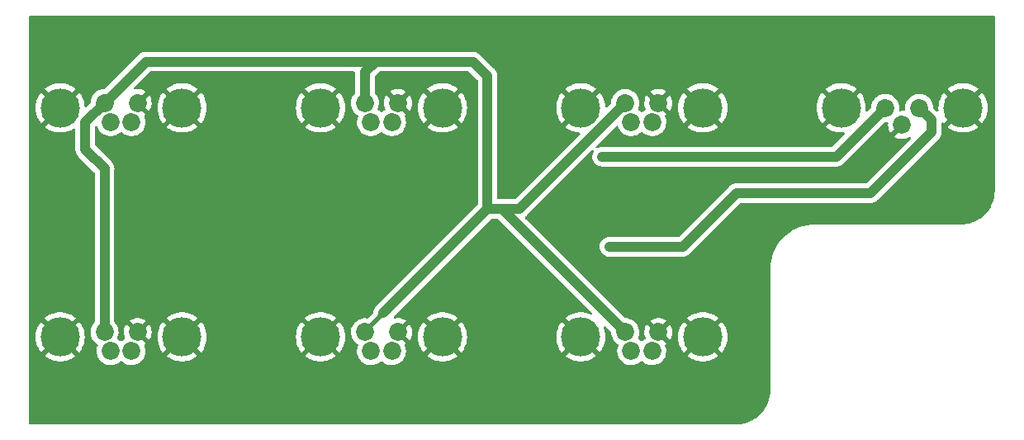
<source format=gbr>
%TF.GenerationSoftware,KiCad,Pcbnew,(6.0.7-1)-1*%
%TF.CreationDate,2022-11-03T21:10:23+11:00*%
%TF.ProjectId,case-connector,63617365-2d63-46f6-9e6e-6563746f722e,rev?*%
%TF.SameCoordinates,Original*%
%TF.FileFunction,Copper,L1,Top*%
%TF.FilePolarity,Positive*%
%FSLAX46Y46*%
G04 Gerber Fmt 4.6, Leading zero omitted, Abs format (unit mm)*
G04 Created by KiCad (PCBNEW (6.0.7-1)-1) date 2022-11-03 21:10:23*
%MOMM*%
%LPD*%
G01*
G04 APERTURE LIST*
%TA.AperFunction,ComponentPad*%
%ADD10C,1.850000*%
%TD*%
%TA.AperFunction,ComponentPad*%
%ADD11C,4.016000*%
%TD*%
%TA.AperFunction,ViaPad*%
%ADD12C,0.800000*%
%TD*%
%TA.AperFunction,Conductor*%
%ADD13C,1.000000*%
%TD*%
%TA.AperFunction,Conductor*%
%ADD14C,0.500000*%
%TD*%
G04 APERTURE END LIST*
D10*
%TO.P,J7,2,2*%
%TO.N,SDI-12_DATA*%
X69850000Y-63450000D03*
%TO.P,J7,4,4*%
%TO.N,unconnected-(J7-Pad4)*%
X72000000Y-63450000D03*
%TO.P,J7,1,1*%
%TO.N,+12V*%
X69225000Y-61500000D03*
%TO.P,J7,3,3*%
%TO.N,GND*%
X72625000Y-61500000D03*
D11*
%TO.P,J7,S1,SHIELD*%
X77175000Y-62000000D03*
%TO.P,J7,S2,SHIELD*%
X64675000Y-62000000D03*
%TD*%
%TO.P,J6,S2,SHIELD*%
%TO.N,GND*%
X91366666Y-85500000D03*
%TO.P,J6,S1,SHIELD*%
X103866666Y-85500000D03*
D10*
%TO.P,J6,3,3*%
X99316666Y-85000000D03*
%TO.P,J6,1,1*%
%TO.N,+12V*%
X95916666Y-85000000D03*
%TO.P,J6,4,4*%
%TO.N,unconnected-(J6-Pad4)*%
X98691666Y-86950000D03*
%TO.P,J6,2,2*%
%TO.N,SDI-12_DATA*%
X96541666Y-86950000D03*
%TD*%
D11*
%TO.P,J5,S2,SHIELD*%
%TO.N,GND*%
X91366666Y-62000000D03*
%TO.P,J5,S1,SHIELD*%
X103866666Y-62000000D03*
D10*
%TO.P,J5,3,3*%
X99316666Y-61500000D03*
%TO.P,J5,1,1*%
%TO.N,+12V*%
X95916666Y-61500000D03*
%TO.P,J5,4,4*%
%TO.N,unconnected-(J5-Pad4)*%
X98691666Y-63450000D03*
%TO.P,J5,2,2*%
%TO.N,SDI-12_DATA*%
X96541666Y-63450000D03*
%TD*%
D11*
%TO.P,J4,S2,SHIELD*%
%TO.N,GND*%
X144750000Y-62000000D03*
%TO.P,J4,S1,SHIELD*%
X157250000Y-62000000D03*
D10*
%TO.P,J4,3,3*%
%TO.N,Digital_Interrupt*%
X152750000Y-62000000D03*
%TO.P,J4,1,1*%
%TO.N,+3.3V*%
X149250000Y-62000000D03*
%TO.P,J4,4,4*%
%TO.N,GND*%
X151000000Y-63750000D03*
%TD*%
%TO.P,J3,2,2*%
%TO.N,SDI-12_DATA*%
X123233332Y-63450000D03*
%TO.P,J3,4,4*%
%TO.N,unconnected-(J3-Pad4)*%
X125383332Y-63450000D03*
%TO.P,J3,1,1*%
%TO.N,+12V*%
X122608332Y-61500000D03*
%TO.P,J3,3,3*%
%TO.N,GND*%
X126008332Y-61500000D03*
D11*
%TO.P,J3,S1,SHIELD*%
X130558332Y-62000000D03*
%TO.P,J3,S2,SHIELD*%
X118058332Y-62000000D03*
%TD*%
D10*
%TO.P,J2,2,2*%
%TO.N,SDI-12_DATA*%
X69850000Y-86950000D03*
%TO.P,J2,4,4*%
%TO.N,unconnected-(J2-Pad4)*%
X72000000Y-86950000D03*
%TO.P,J2,1,1*%
%TO.N,+12V*%
X69225000Y-85000000D03*
%TO.P,J2,3,3*%
%TO.N,GND*%
X72625000Y-85000000D03*
D11*
%TO.P,J2,S1,SHIELD*%
X77175000Y-85500000D03*
%TO.P,J2,S2,SHIELD*%
X64675000Y-85500000D03*
%TD*%
%TO.P,J1,S2,SHIELD*%
%TO.N,GND*%
X118058332Y-85500000D03*
%TO.P,J1,S1,SHIELD*%
X130558332Y-85500000D03*
D10*
%TO.P,J1,3,3*%
X126008332Y-85000000D03*
%TO.P,J1,1,1*%
%TO.N,+12V*%
X122608332Y-85000000D03*
%TO.P,J1,4,4*%
%TO.N,unconnected-(J1-Pad4)*%
X125383332Y-86950000D03*
%TO.P,J1,2,2*%
%TO.N,SDI-12_DATA*%
X123233332Y-86950000D03*
%TD*%
D12*
%TO.N,GND*%
X121000000Y-69500000D03*
X121000000Y-73500000D03*
%TO.N,Digital_Interrupt*%
X121000000Y-76250000D03*
%TO.N,+3.3V*%
X120250000Y-67000000D03*
%TO.N,+12V*%
X108500000Y-67250000D03*
%TD*%
D13*
%TO.N,+12V*%
X122608332Y-85000000D02*
X109974998Y-72366666D01*
X109974998Y-72366666D02*
X108500000Y-72366666D01*
%TO.N,Digital_Interrupt*%
X147750000Y-70750000D02*
X154000000Y-64500000D01*
X121000000Y-76250000D02*
X128500000Y-76250000D01*
X128500000Y-76250000D02*
X134000000Y-70750000D01*
X134000000Y-70750000D02*
X147750000Y-70750000D01*
X154000000Y-64500000D02*
X154000000Y-63250000D01*
X154000000Y-63250000D02*
X152750000Y-62000000D01*
%TO.N,+3.3V*%
X144250000Y-67000000D02*
X149250000Y-62000000D01*
X120250000Y-67000000D02*
X144250000Y-67000000D01*
%TO.N,+12V*%
X69225000Y-85000000D02*
X69225000Y-68225000D01*
X67250000Y-66250000D02*
X67250000Y-63475000D01*
X69225000Y-68225000D02*
X67250000Y-66250000D01*
X67250000Y-63475000D02*
X69225000Y-61500000D01*
X107000000Y-57250000D02*
X97000000Y-57250000D01*
X97000000Y-57250000D02*
X73475000Y-57250000D01*
X95916666Y-61500000D02*
X95916666Y-58333334D01*
X95916666Y-58333334D02*
X97000000Y-57250000D01*
X108500000Y-58750000D02*
X107000000Y-57250000D01*
X108500000Y-67250000D02*
X108500000Y-58750000D01*
X73475000Y-57250000D02*
X69225000Y-61500000D01*
X108500000Y-72366666D02*
X108500000Y-67250000D01*
X122608332Y-61500000D02*
X111741666Y-72366666D01*
X111741666Y-72366666D02*
X108500000Y-72366666D01*
D14*
X95916666Y-84950000D02*
X97808333Y-83058333D01*
D13*
X97808333Y-83058333D02*
X108500000Y-72366666D01*
%TD*%
%TA.AperFunction,Conductor*%
%TO.N,GND*%
G36*
X160433621Y-52528502D02*
G01*
X160480114Y-52582158D01*
X160491500Y-52634500D01*
X160491500Y-70450633D01*
X160490000Y-70470018D01*
X160486309Y-70493724D01*
X160487473Y-70502627D01*
X160487473Y-70502628D01*
X160488839Y-70513076D01*
X160489751Y-70535597D01*
X160474991Y-70836045D01*
X160473779Y-70848350D01*
X160425321Y-71175031D01*
X160422909Y-71187159D01*
X160342661Y-71507523D01*
X160339072Y-71519355D01*
X160227810Y-71830311D01*
X160223078Y-71841735D01*
X160081874Y-72140288D01*
X160076045Y-72151193D01*
X159906256Y-72434467D01*
X159899386Y-72444748D01*
X159702650Y-72710017D01*
X159694823Y-72719556D01*
X159473020Y-72964277D01*
X159464282Y-72973015D01*
X159219556Y-73194823D01*
X159210017Y-73202650D01*
X159031485Y-73335058D01*
X158944748Y-73399386D01*
X158934467Y-73406256D01*
X158792101Y-73491588D01*
X158651188Y-73576047D01*
X158640292Y-73581872D01*
X158505870Y-73645448D01*
X158341735Y-73723078D01*
X158330311Y-73727810D01*
X158019355Y-73839072D01*
X158007523Y-73842661D01*
X157781196Y-73899354D01*
X157687156Y-73922910D01*
X157675034Y-73925320D01*
X157348345Y-73973779D01*
X157336051Y-73974990D01*
X157042961Y-73989390D01*
X157017402Y-73988042D01*
X157006276Y-73986309D01*
X156974714Y-73990436D01*
X156958379Y-73991500D01*
X142053250Y-73991500D01*
X142032345Y-73989754D01*
X142017344Y-73987230D01*
X142017341Y-73987230D01*
X142012552Y-73986424D01*
X142006237Y-73986347D01*
X142004858Y-73986330D01*
X142004855Y-73986330D01*
X142000000Y-73986271D01*
X141995190Y-73986960D01*
X141992368Y-73987144D01*
X141984401Y-73987886D01*
X141609444Y-74004257D01*
X141609433Y-74004258D01*
X141606684Y-74004378D01*
X141411523Y-74030071D01*
X141219100Y-74055403D01*
X141219091Y-74055405D01*
X141216361Y-74055764D01*
X141213666Y-74056361D01*
X141213663Y-74056362D01*
X140910553Y-74123561D01*
X140832003Y-74140975D01*
X140829386Y-74141800D01*
X140829379Y-74141802D01*
X140459161Y-74258531D01*
X140459153Y-74258534D01*
X140456533Y-74259360D01*
X140140224Y-74390380D01*
X140097214Y-74408195D01*
X140092810Y-74410019D01*
X139743603Y-74591805D01*
X139411567Y-74803335D01*
X139409392Y-74805004D01*
X139101399Y-75041334D01*
X139101393Y-75041339D01*
X139099231Y-75042998D01*
X138808972Y-75308972D01*
X138542998Y-75599231D01*
X138541339Y-75601393D01*
X138541334Y-75601399D01*
X138344976Y-75857299D01*
X138303335Y-75911567D01*
X138091805Y-76243603D01*
X137910019Y-76592810D01*
X137759360Y-76956533D01*
X137758534Y-76959153D01*
X137758531Y-76959161D01*
X137662629Y-77263324D01*
X137640975Y-77332003D01*
X137555764Y-77716361D01*
X137504378Y-78106684D01*
X137504258Y-78109433D01*
X137504257Y-78109444D01*
X137488240Y-78476294D01*
X137487733Y-78481401D01*
X137487691Y-78484851D01*
X137486309Y-78493724D01*
X137487473Y-78502626D01*
X137487473Y-78502628D01*
X137490436Y-78525283D01*
X137491500Y-78541621D01*
X137491500Y-90872209D01*
X137490000Y-90891594D01*
X137487690Y-90906427D01*
X137487690Y-90906431D01*
X137486309Y-90915300D01*
X137487473Y-90924202D01*
X137487473Y-90924204D01*
X137488855Y-90934769D01*
X137489771Y-90957212D01*
X137475026Y-91261148D01*
X137473844Y-91273302D01*
X137425459Y-91603643D01*
X137423105Y-91615627D01*
X137342971Y-91939717D01*
X137339469Y-91951416D01*
X137228333Y-92266238D01*
X137223714Y-92277544D01*
X137082624Y-92580120D01*
X137076933Y-92590925D01*
X136907207Y-92878432D01*
X136900496Y-92888635D01*
X136703743Y-93158349D01*
X136696080Y-93167852D01*
X136474124Y-93417269D01*
X136465582Y-93425978D01*
X136220534Y-93652725D01*
X136211179Y-93660575D01*
X135945336Y-93862530D01*
X135935265Y-93869438D01*
X135651109Y-94044715D01*
X135640418Y-94050615D01*
X135340628Y-94197560D01*
X135329422Y-94202393D01*
X135016823Y-94319622D01*
X135005194Y-94323351D01*
X134858461Y-94362672D01*
X134682709Y-94409768D01*
X134670787Y-94412351D01*
X134435505Y-94451495D01*
X134341444Y-94467144D01*
X134329315Y-94468562D01*
X134033245Y-94488695D01*
X134007733Y-94487837D01*
X134006134Y-94487620D01*
X133996301Y-94486284D01*
X133987428Y-94487620D01*
X133987425Y-94487620D01*
X133970984Y-94490096D01*
X133952224Y-94491500D01*
X61634500Y-94491500D01*
X61566379Y-94471498D01*
X61519886Y-94417842D01*
X61508500Y-94365500D01*
X61508500Y-87451715D01*
X63087993Y-87451715D01*
X63096820Y-87463333D01*
X63320986Y-87626199D01*
X63327666Y-87630439D01*
X63598159Y-87779143D01*
X63605294Y-87782500D01*
X63892293Y-87896132D01*
X63899818Y-87898577D01*
X64198777Y-87975336D01*
X64206548Y-87976819D01*
X64512775Y-88015503D01*
X64520666Y-88016000D01*
X64829334Y-88016000D01*
X64837225Y-88015503D01*
X65143452Y-87976819D01*
X65151223Y-87975336D01*
X65450182Y-87898577D01*
X65457707Y-87896132D01*
X65744706Y-87782500D01*
X65751841Y-87779143D01*
X66022334Y-87630439D01*
X66029014Y-87626199D01*
X66253551Y-87463064D01*
X66261974Y-87452141D01*
X66255070Y-87439280D01*
X64687812Y-85872022D01*
X64673868Y-85864408D01*
X64672035Y-85864539D01*
X64665420Y-85868790D01*
X63094606Y-87439604D01*
X63087993Y-87451715D01*
X61508500Y-87451715D01*
X61508500Y-85503958D01*
X62154274Y-85503958D01*
X62173655Y-85811999D01*
X62174648Y-85819862D01*
X62232482Y-86123040D01*
X62234453Y-86130717D01*
X62329831Y-86424260D01*
X62332746Y-86431623D01*
X62464165Y-86710903D01*
X62467977Y-86717836D01*
X62633362Y-86978443D01*
X62638016Y-86984848D01*
X62713813Y-87076470D01*
X62726332Y-87084926D01*
X62737070Y-87078720D01*
X64302978Y-85512812D01*
X64309356Y-85501132D01*
X65039408Y-85501132D01*
X65039539Y-85502965D01*
X65043790Y-85509580D01*
X66611827Y-87077617D01*
X66625090Y-87084859D01*
X66635192Y-87077672D01*
X66711984Y-86984848D01*
X66716638Y-86978443D01*
X66882023Y-86717836D01*
X66885835Y-86710903D01*
X67017254Y-86431623D01*
X67020169Y-86424260D01*
X67115547Y-86130717D01*
X67117518Y-86123040D01*
X67175352Y-85819862D01*
X67176345Y-85811999D01*
X67195726Y-85503958D01*
X67195726Y-85496042D01*
X67176345Y-85188001D01*
X67175352Y-85180138D01*
X67117518Y-84876960D01*
X67115547Y-84869283D01*
X67020169Y-84575740D01*
X67017254Y-84568377D01*
X66885835Y-84289097D01*
X66882023Y-84282164D01*
X66716638Y-84021557D01*
X66711984Y-84015152D01*
X66636187Y-83923530D01*
X66623668Y-83915074D01*
X66612930Y-83921280D01*
X65047022Y-85487188D01*
X65039408Y-85501132D01*
X64309356Y-85501132D01*
X64310592Y-85498868D01*
X64310461Y-85497035D01*
X64306210Y-85490420D01*
X62738173Y-83922383D01*
X62724910Y-83915141D01*
X62714808Y-83922328D01*
X62638016Y-84015152D01*
X62633362Y-84021557D01*
X62467977Y-84282164D01*
X62464165Y-84289097D01*
X62332746Y-84568377D01*
X62329831Y-84575740D01*
X62234453Y-84869283D01*
X62232482Y-84876960D01*
X62174648Y-85180138D01*
X62173655Y-85188001D01*
X62154274Y-85496042D01*
X62154274Y-85503958D01*
X61508500Y-85503958D01*
X61508500Y-83547859D01*
X63088026Y-83547859D01*
X63094930Y-83560720D01*
X64662188Y-85127978D01*
X64676132Y-85135592D01*
X64677965Y-85135461D01*
X64684580Y-85131210D01*
X66255394Y-83560396D01*
X66262007Y-83548285D01*
X66253180Y-83536667D01*
X66029014Y-83373801D01*
X66022334Y-83369561D01*
X65751841Y-83220857D01*
X65744706Y-83217500D01*
X65457707Y-83103868D01*
X65450182Y-83101423D01*
X65151223Y-83024664D01*
X65143452Y-83023181D01*
X64837225Y-82984497D01*
X64829334Y-82984000D01*
X64520666Y-82984000D01*
X64512775Y-82984497D01*
X64206548Y-83023181D01*
X64198777Y-83024664D01*
X63899818Y-83101423D01*
X63892293Y-83103868D01*
X63605294Y-83217500D01*
X63598159Y-83220857D01*
X63327666Y-83369561D01*
X63320986Y-83373801D01*
X63096449Y-83536936D01*
X63088026Y-83547859D01*
X61508500Y-83547859D01*
X61508500Y-63951715D01*
X63087993Y-63951715D01*
X63096820Y-63963333D01*
X63320986Y-64126199D01*
X63327666Y-64130439D01*
X63598159Y-64279143D01*
X63605294Y-64282500D01*
X63892293Y-64396132D01*
X63899818Y-64398577D01*
X64198777Y-64475336D01*
X64206548Y-64476819D01*
X64512775Y-64515503D01*
X64520666Y-64516000D01*
X64829334Y-64516000D01*
X64837225Y-64515503D01*
X65143452Y-64476819D01*
X65151223Y-64475336D01*
X65450182Y-64398577D01*
X65457707Y-64396132D01*
X65744706Y-64282500D01*
X65751841Y-64279143D01*
X66022334Y-64130439D01*
X66029015Y-64126199D01*
X66041439Y-64117172D01*
X66108307Y-64093313D01*
X66177459Y-64109394D01*
X66226939Y-64160308D01*
X66241500Y-64219108D01*
X66241500Y-66188157D01*
X66240763Y-66201764D01*
X66236676Y-66239388D01*
X66237213Y-66245523D01*
X66241050Y-66289388D01*
X66241379Y-66294214D01*
X66241500Y-66296686D01*
X66241500Y-66299769D01*
X66241801Y-66302837D01*
X66245690Y-66342506D01*
X66245812Y-66343819D01*
X66253913Y-66436413D01*
X66255400Y-66441532D01*
X66255920Y-66446833D01*
X66282791Y-66535834D01*
X66283126Y-66536967D01*
X66301985Y-66601877D01*
X66309091Y-66626336D01*
X66311544Y-66631068D01*
X66313084Y-66636169D01*
X66315978Y-66641612D01*
X66356731Y-66718260D01*
X66357343Y-66719426D01*
X66400108Y-66801926D01*
X66403431Y-66806089D01*
X66405934Y-66810796D01*
X66464755Y-66882918D01*
X66465446Y-66883774D01*
X66496738Y-66922973D01*
X66499242Y-66925477D01*
X66499884Y-66926195D01*
X66503585Y-66930528D01*
X66530935Y-66964062D01*
X66535682Y-66967989D01*
X66535684Y-66967991D01*
X66566262Y-66993287D01*
X66575042Y-67001277D01*
X68179595Y-68605829D01*
X68213620Y-68668141D01*
X68216500Y-68694924D01*
X68216500Y-83929818D01*
X68196498Y-83997939D01*
X68181594Y-84016869D01*
X68137174Y-84063352D01*
X68107143Y-84094777D01*
X67974307Y-84289508D01*
X67972133Y-84294192D01*
X67972131Y-84294195D01*
X67929611Y-84385798D01*
X67875059Y-84503319D01*
X67812065Y-84730468D01*
X67811516Y-84735605D01*
X67787966Y-84955968D01*
X67787016Y-84964856D01*
X67787313Y-84970008D01*
X67787313Y-84970012D01*
X67800288Y-85195029D01*
X67800289Y-85195035D01*
X67800586Y-85200188D01*
X67852408Y-85430144D01*
X67854352Y-85434930D01*
X67854353Y-85434935D01*
X67923938Y-85606300D01*
X67941093Y-85648548D01*
X68064258Y-85849535D01*
X68218595Y-86027707D01*
X68399960Y-86178279D01*
X68404417Y-86180883D01*
X68404422Y-86180887D01*
X68480139Y-86225132D01*
X68528863Y-86276770D01*
X68541934Y-86346553D01*
X68530857Y-86386970D01*
X68513548Y-86424260D01*
X68500059Y-86453319D01*
X68437065Y-86680468D01*
X68412016Y-86914856D01*
X68412313Y-86920008D01*
X68412313Y-86920012D01*
X68425288Y-87145029D01*
X68425289Y-87145035D01*
X68425586Y-87150188D01*
X68477408Y-87380144D01*
X68479352Y-87384930D01*
X68479353Y-87384935D01*
X68519643Y-87484157D01*
X68566093Y-87598548D01*
X68689258Y-87799535D01*
X68843595Y-87977707D01*
X69024960Y-88128279D01*
X69029412Y-88130881D01*
X69029417Y-88130884D01*
X69224024Y-88244603D01*
X69228482Y-88247208D01*
X69448696Y-88331299D01*
X69453762Y-88332330D01*
X69453763Y-88332330D01*
X69556611Y-88353254D01*
X69679686Y-88378294D01*
X69812389Y-88383160D01*
X69910087Y-88386743D01*
X69910091Y-88386743D01*
X69915251Y-88386932D01*
X69920371Y-88386276D01*
X69920373Y-88386276D01*
X69993235Y-88376942D01*
X70149063Y-88356980D01*
X70154012Y-88355495D01*
X70154018Y-88355494D01*
X70285465Y-88316058D01*
X70374844Y-88289243D01*
X70586529Y-88185539D01*
X70590732Y-88182541D01*
X70590737Y-88182538D01*
X70774231Y-88051653D01*
X70774233Y-88051651D01*
X70778435Y-88048654D01*
X70833848Y-87993434D01*
X70896220Y-87959518D01*
X70967026Y-87964706D01*
X71003270Y-87985739D01*
X71174960Y-88128279D01*
X71179412Y-88130881D01*
X71179417Y-88130884D01*
X71374024Y-88244603D01*
X71378482Y-88247208D01*
X71598696Y-88331299D01*
X71603762Y-88332330D01*
X71603763Y-88332330D01*
X71706611Y-88353254D01*
X71829686Y-88378294D01*
X71962389Y-88383160D01*
X72060087Y-88386743D01*
X72060091Y-88386743D01*
X72065251Y-88386932D01*
X72070371Y-88386276D01*
X72070373Y-88386276D01*
X72143235Y-88376942D01*
X72299063Y-88356980D01*
X72304012Y-88355495D01*
X72304018Y-88355494D01*
X72435465Y-88316058D01*
X72524844Y-88289243D01*
X72736529Y-88185539D01*
X72740732Y-88182541D01*
X72740737Y-88182538D01*
X72924231Y-88051653D01*
X72924233Y-88051651D01*
X72928435Y-88048654D01*
X73095407Y-87882264D01*
X73232961Y-87690837D01*
X73337403Y-87479515D01*
X73345849Y-87451715D01*
X75587993Y-87451715D01*
X75596820Y-87463333D01*
X75820986Y-87626199D01*
X75827666Y-87630439D01*
X76098159Y-87779143D01*
X76105294Y-87782500D01*
X76392293Y-87896132D01*
X76399818Y-87898577D01*
X76698777Y-87975336D01*
X76706548Y-87976819D01*
X77012775Y-88015503D01*
X77020666Y-88016000D01*
X77329334Y-88016000D01*
X77337225Y-88015503D01*
X77643452Y-87976819D01*
X77651223Y-87975336D01*
X77950182Y-87898577D01*
X77957707Y-87896132D01*
X78244706Y-87782500D01*
X78251841Y-87779143D01*
X78522334Y-87630439D01*
X78529014Y-87626199D01*
X78753551Y-87463064D01*
X78761974Y-87452141D01*
X78761745Y-87451715D01*
X89779659Y-87451715D01*
X89788486Y-87463333D01*
X90012652Y-87626199D01*
X90019332Y-87630439D01*
X90289825Y-87779143D01*
X90296960Y-87782500D01*
X90583959Y-87896132D01*
X90591484Y-87898577D01*
X90890443Y-87975336D01*
X90898214Y-87976819D01*
X91204441Y-88015503D01*
X91212332Y-88016000D01*
X91521000Y-88016000D01*
X91528891Y-88015503D01*
X91835118Y-87976819D01*
X91842889Y-87975336D01*
X92141848Y-87898577D01*
X92149373Y-87896132D01*
X92436372Y-87782500D01*
X92443507Y-87779143D01*
X92714000Y-87630439D01*
X92720680Y-87626199D01*
X92945217Y-87463064D01*
X92953640Y-87452141D01*
X92946736Y-87439280D01*
X91379478Y-85872022D01*
X91365534Y-85864408D01*
X91363701Y-85864539D01*
X91357086Y-85868790D01*
X89786272Y-87439604D01*
X89779659Y-87451715D01*
X78761745Y-87451715D01*
X78755070Y-87439280D01*
X77187812Y-85872022D01*
X77173868Y-85864408D01*
X77172035Y-85864539D01*
X77165420Y-85868790D01*
X75594606Y-87439604D01*
X75587993Y-87451715D01*
X73345849Y-87451715D01*
X73405928Y-87253972D01*
X73406603Y-87248846D01*
X73436259Y-87023587D01*
X73436259Y-87023583D01*
X73436696Y-87020266D01*
X73436778Y-87016914D01*
X73438331Y-86953365D01*
X73438331Y-86953361D01*
X73438413Y-86950000D01*
X73432017Y-86872201D01*
X73419522Y-86720221D01*
X73419521Y-86720215D01*
X73419098Y-86715070D01*
X73361673Y-86486449D01*
X73318846Y-86387954D01*
X73310026Y-86317509D01*
X73340693Y-86253477D01*
X73361955Y-86236066D01*
X73361272Y-86235108D01*
X73428021Y-86187497D01*
X73436421Y-86176798D01*
X73429432Y-86163642D01*
X72266922Y-85001132D01*
X72989408Y-85001132D01*
X72989539Y-85002965D01*
X72993790Y-85009580D01*
X73789216Y-85805006D01*
X73801226Y-85811564D01*
X73812966Y-85802596D01*
X73854511Y-85744780D01*
X73859821Y-85735943D01*
X73959642Y-85533972D01*
X73963440Y-85524379D01*
X73969644Y-85503958D01*
X74654274Y-85503958D01*
X74673655Y-85811999D01*
X74674648Y-85819862D01*
X74732482Y-86123040D01*
X74734453Y-86130717D01*
X74829831Y-86424260D01*
X74832746Y-86431623D01*
X74964165Y-86710903D01*
X74967977Y-86717836D01*
X75133362Y-86978443D01*
X75138016Y-86984848D01*
X75213813Y-87076470D01*
X75226332Y-87084926D01*
X75237070Y-87078720D01*
X76802978Y-85512812D01*
X76809356Y-85501132D01*
X77539408Y-85501132D01*
X77539539Y-85502965D01*
X77543790Y-85509580D01*
X79111827Y-87077617D01*
X79125090Y-87084859D01*
X79135192Y-87077672D01*
X79211984Y-86984848D01*
X79216638Y-86978443D01*
X79382023Y-86717836D01*
X79385835Y-86710903D01*
X79517254Y-86431623D01*
X79520169Y-86424260D01*
X79615547Y-86130717D01*
X79617518Y-86123040D01*
X79675352Y-85819862D01*
X79676345Y-85811999D01*
X79695726Y-85503958D01*
X88845940Y-85503958D01*
X88865321Y-85811999D01*
X88866314Y-85819862D01*
X88924148Y-86123040D01*
X88926119Y-86130717D01*
X89021497Y-86424260D01*
X89024412Y-86431623D01*
X89155831Y-86710903D01*
X89159643Y-86717836D01*
X89325028Y-86978443D01*
X89329682Y-86984848D01*
X89405479Y-87076470D01*
X89417998Y-87084926D01*
X89428736Y-87078720D01*
X90994644Y-85512812D01*
X91001022Y-85501132D01*
X91731074Y-85501132D01*
X91731205Y-85502965D01*
X91735456Y-85509580D01*
X93303493Y-87077617D01*
X93316756Y-87084859D01*
X93326858Y-87077672D01*
X93403650Y-86984848D01*
X93408304Y-86978443D01*
X93573689Y-86717836D01*
X93577501Y-86710903D01*
X93708920Y-86431623D01*
X93711835Y-86424260D01*
X93807213Y-86130717D01*
X93809184Y-86123040D01*
X93867018Y-85819862D01*
X93868011Y-85811999D01*
X93887392Y-85503958D01*
X93887392Y-85496042D01*
X93868011Y-85188001D01*
X93867018Y-85180138D01*
X93809184Y-84876960D01*
X93807213Y-84869283D01*
X93711835Y-84575740D01*
X93708920Y-84568377D01*
X93577501Y-84289097D01*
X93573689Y-84282164D01*
X93408304Y-84021557D01*
X93403650Y-84015152D01*
X93327853Y-83923530D01*
X93315334Y-83915074D01*
X93304596Y-83921280D01*
X91738688Y-85487188D01*
X91731074Y-85501132D01*
X91001022Y-85501132D01*
X91002258Y-85498868D01*
X91002127Y-85497035D01*
X90997876Y-85490420D01*
X89429839Y-83922383D01*
X89416576Y-83915141D01*
X89406474Y-83922328D01*
X89329682Y-84015152D01*
X89325028Y-84021557D01*
X89159643Y-84282164D01*
X89155831Y-84289097D01*
X89024412Y-84568377D01*
X89021497Y-84575740D01*
X88926119Y-84869283D01*
X88924148Y-84876960D01*
X88866314Y-85180138D01*
X88865321Y-85188001D01*
X88845940Y-85496042D01*
X88845940Y-85503958D01*
X79695726Y-85503958D01*
X79695726Y-85496042D01*
X79676345Y-85188001D01*
X79675352Y-85180138D01*
X79617518Y-84876960D01*
X79615547Y-84869283D01*
X79520169Y-84575740D01*
X79517254Y-84568377D01*
X79385835Y-84289097D01*
X79382023Y-84282164D01*
X79216638Y-84021557D01*
X79211984Y-84015152D01*
X79136187Y-83923530D01*
X79123668Y-83915074D01*
X79112930Y-83921280D01*
X77547022Y-85487188D01*
X77539408Y-85501132D01*
X76809356Y-85501132D01*
X76810592Y-85498868D01*
X76810461Y-85497035D01*
X76806210Y-85490420D01*
X75238173Y-83922383D01*
X75224910Y-83915141D01*
X75214808Y-83922328D01*
X75138016Y-84015152D01*
X75133362Y-84021557D01*
X74967977Y-84282164D01*
X74964165Y-84289097D01*
X74832746Y-84568377D01*
X74829831Y-84575740D01*
X74734453Y-84869283D01*
X74732482Y-84876960D01*
X74674648Y-85180138D01*
X74673655Y-85188001D01*
X74654274Y-85496042D01*
X74654274Y-85503958D01*
X73969644Y-85503958D01*
X74028935Y-85308810D01*
X74031112Y-85298740D01*
X74060757Y-85073564D01*
X74061276Y-85066889D01*
X74062829Y-85003364D01*
X74062635Y-84996646D01*
X74044027Y-84770313D01*
X74042342Y-84760133D01*
X73987456Y-84541623D01*
X73984136Y-84531872D01*
X73894296Y-84325251D01*
X73889430Y-84316176D01*
X73812304Y-84196959D01*
X73801618Y-84187755D01*
X73792051Y-84192159D01*
X72997022Y-84987188D01*
X72989408Y-85001132D01*
X72266922Y-85001132D01*
X71460875Y-84195085D01*
X71449339Y-84188785D01*
X71437057Y-84198408D01*
X71377657Y-84285485D01*
X71372568Y-84294444D01*
X71277706Y-84498807D01*
X71274149Y-84508475D01*
X71213940Y-84725580D01*
X71212009Y-84735699D01*
X71188067Y-84959736D01*
X71187815Y-84970025D01*
X71200786Y-85194960D01*
X71202219Y-85205162D01*
X71251749Y-85424945D01*
X71254832Y-85434785D01*
X71307880Y-85565426D01*
X71314976Y-85636067D01*
X71282754Y-85699331D01*
X71249322Y-85724590D01*
X71233504Y-85732825D01*
X71229371Y-85735928D01*
X71229368Y-85735930D01*
X71203815Y-85755116D01*
X71045000Y-85874358D01*
X71041431Y-85878093D01*
X71041424Y-85878099D01*
X71017701Y-85902923D01*
X70956176Y-85938353D01*
X70885264Y-85934895D01*
X70839120Y-85904434D01*
X70838256Y-85905361D01*
X70834472Y-85901832D01*
X70830995Y-85898011D01*
X70826944Y-85894812D01*
X70826940Y-85894808D01*
X70650059Y-85755116D01*
X70646006Y-85751915D01*
X70641491Y-85749422D01*
X70641478Y-85749414D01*
X70599380Y-85726175D01*
X70549410Y-85675743D01*
X70534638Y-85606300D01*
X70547316Y-85560041D01*
X70547678Y-85559309D01*
X70562403Y-85529515D01*
X70630928Y-85303972D01*
X70631617Y-85298740D01*
X70661259Y-85073587D01*
X70661259Y-85073583D01*
X70661696Y-85070266D01*
X70661779Y-85066889D01*
X70663331Y-85003365D01*
X70663331Y-85003361D01*
X70663413Y-85000000D01*
X70652666Y-84869283D01*
X70644522Y-84770221D01*
X70644521Y-84770215D01*
X70644098Y-84765070D01*
X70586673Y-84536449D01*
X70492678Y-84320277D01*
X70364640Y-84122359D01*
X70310948Y-84063352D01*
X70266307Y-84014293D01*
X70235255Y-83950447D01*
X70233500Y-83929493D01*
X70233500Y-83822856D01*
X71812652Y-83822856D01*
X71819398Y-83835188D01*
X72612188Y-84627978D01*
X72626132Y-84635592D01*
X72627965Y-84635461D01*
X72634580Y-84631210D01*
X73431790Y-83834000D01*
X73438811Y-83821143D01*
X73431038Y-83810475D01*
X73424786Y-83805538D01*
X73416205Y-83799836D01*
X73218955Y-83690948D01*
X73209560Y-83686727D01*
X72997180Y-83611519D01*
X72987217Y-83608887D01*
X72765407Y-83569376D01*
X72755156Y-83568407D01*
X72529866Y-83565655D01*
X72519582Y-83566375D01*
X72296879Y-83600453D01*
X72286852Y-83602842D01*
X72072705Y-83672836D01*
X72063196Y-83676833D01*
X71863360Y-83780861D01*
X71854635Y-83786355D01*
X71821106Y-83811530D01*
X71812652Y-83822856D01*
X70233500Y-83822856D01*
X70233500Y-83547859D01*
X75588026Y-83547859D01*
X75594930Y-83560720D01*
X77162188Y-85127978D01*
X77176132Y-85135592D01*
X77177965Y-85135461D01*
X77184580Y-85131210D01*
X78755394Y-83560396D01*
X78762007Y-83548285D01*
X78761683Y-83547859D01*
X89779692Y-83547859D01*
X89786596Y-83560720D01*
X91353854Y-85127978D01*
X91367798Y-85135592D01*
X91369631Y-85135461D01*
X91376246Y-85131210D01*
X92947060Y-83560396D01*
X92953673Y-83548285D01*
X92944846Y-83536667D01*
X92720680Y-83373801D01*
X92714000Y-83369561D01*
X92443507Y-83220857D01*
X92436372Y-83217500D01*
X92149373Y-83103868D01*
X92141848Y-83101423D01*
X91842889Y-83024664D01*
X91835118Y-83023181D01*
X91528891Y-82984497D01*
X91521000Y-82984000D01*
X91212332Y-82984000D01*
X91204441Y-82984497D01*
X90898214Y-83023181D01*
X90890443Y-83024664D01*
X90591484Y-83101423D01*
X90583959Y-83103868D01*
X90296960Y-83217500D01*
X90289825Y-83220857D01*
X90019332Y-83369561D01*
X90012652Y-83373801D01*
X89788115Y-83536936D01*
X89779692Y-83547859D01*
X78761683Y-83547859D01*
X78753180Y-83536667D01*
X78529014Y-83373801D01*
X78522334Y-83369561D01*
X78251841Y-83220857D01*
X78244706Y-83217500D01*
X77957707Y-83103868D01*
X77950182Y-83101423D01*
X77651223Y-83024664D01*
X77643452Y-83023181D01*
X77337225Y-82984497D01*
X77329334Y-82984000D01*
X77020666Y-82984000D01*
X77012775Y-82984497D01*
X76706548Y-83023181D01*
X76698777Y-83024664D01*
X76399818Y-83101423D01*
X76392293Y-83103868D01*
X76105294Y-83217500D01*
X76098159Y-83220857D01*
X75827666Y-83369561D01*
X75820986Y-83373801D01*
X75596449Y-83536936D01*
X75588026Y-83547859D01*
X70233500Y-83547859D01*
X70233500Y-68286843D01*
X70234237Y-68273236D01*
X70237659Y-68241738D01*
X70237659Y-68241733D01*
X70238324Y-68235612D01*
X70233950Y-68185612D01*
X70233621Y-68180786D01*
X70233500Y-68178314D01*
X70233500Y-68175231D01*
X70232326Y-68163262D01*
X70229310Y-68132494D01*
X70229188Y-68131181D01*
X70221623Y-68044718D01*
X70221087Y-68038587D01*
X70219600Y-68033468D01*
X70219080Y-68028167D01*
X70192209Y-67939166D01*
X70191874Y-67938033D01*
X70167630Y-67854586D01*
X70167628Y-67854582D01*
X70165909Y-67848664D01*
X70163456Y-67843932D01*
X70161916Y-67838831D01*
X70118269Y-67756740D01*
X70117657Y-67755574D01*
X70077729Y-67678547D01*
X70074892Y-67673074D01*
X70071569Y-67668911D01*
X70069066Y-67664204D01*
X70010261Y-67592102D01*
X70009433Y-67591075D01*
X69980469Y-67554792D01*
X69980464Y-67554787D01*
X69978262Y-67552028D01*
X69975761Y-67549527D01*
X69975119Y-67548809D01*
X69971406Y-67544461D01*
X69963642Y-67534941D01*
X69944065Y-67510938D01*
X69939323Y-67507015D01*
X69939321Y-67507013D01*
X69908727Y-67481703D01*
X69899947Y-67473713D01*
X68295405Y-65869171D01*
X68261379Y-65806859D01*
X68258500Y-65780076D01*
X68258500Y-63986246D01*
X68278502Y-63918125D01*
X68332158Y-63871632D01*
X68402432Y-63861528D01*
X68467012Y-63891022D01*
X68501243Y-63938842D01*
X68511188Y-63963333D01*
X68559482Y-64082266D01*
X68566093Y-64098548D01*
X68689258Y-64299535D01*
X68843595Y-64477707D01*
X69024960Y-64628279D01*
X69029412Y-64630881D01*
X69029417Y-64630884D01*
X69165623Y-64710476D01*
X69228482Y-64747208D01*
X69448696Y-64831299D01*
X69453762Y-64832330D01*
X69453763Y-64832330D01*
X69556611Y-64853254D01*
X69679686Y-64878294D01*
X69812389Y-64883160D01*
X69910087Y-64886743D01*
X69910091Y-64886743D01*
X69915251Y-64886932D01*
X69920371Y-64886276D01*
X69920373Y-64886276D01*
X69993235Y-64876942D01*
X70149063Y-64856980D01*
X70154012Y-64855495D01*
X70154018Y-64855494D01*
X70337215Y-64800532D01*
X70374844Y-64789243D01*
X70586529Y-64685539D01*
X70590732Y-64682541D01*
X70590737Y-64682538D01*
X70774231Y-64551653D01*
X70774233Y-64551651D01*
X70778435Y-64548654D01*
X70833848Y-64493434D01*
X70896220Y-64459518D01*
X70967026Y-64464706D01*
X71003270Y-64485739D01*
X71174960Y-64628279D01*
X71179412Y-64630881D01*
X71179417Y-64630884D01*
X71315623Y-64710476D01*
X71378482Y-64747208D01*
X71598696Y-64831299D01*
X71603762Y-64832330D01*
X71603763Y-64832330D01*
X71706611Y-64853254D01*
X71829686Y-64878294D01*
X71962389Y-64883160D01*
X72060087Y-64886743D01*
X72060091Y-64886743D01*
X72065251Y-64886932D01*
X72070371Y-64886276D01*
X72070373Y-64886276D01*
X72143235Y-64876942D01*
X72299063Y-64856980D01*
X72304012Y-64855495D01*
X72304018Y-64855494D01*
X72487215Y-64800532D01*
X72524844Y-64789243D01*
X72736529Y-64685539D01*
X72740732Y-64682541D01*
X72740737Y-64682538D01*
X72924231Y-64551653D01*
X72924233Y-64551651D01*
X72928435Y-64548654D01*
X73095407Y-64382264D01*
X73232961Y-64190837D01*
X73240816Y-64174945D01*
X73335109Y-63984157D01*
X73335110Y-63984155D01*
X73337403Y-63979515D01*
X73345849Y-63951715D01*
X75587993Y-63951715D01*
X75596820Y-63963333D01*
X75820986Y-64126199D01*
X75827666Y-64130439D01*
X76098159Y-64279143D01*
X76105294Y-64282500D01*
X76392293Y-64396132D01*
X76399818Y-64398577D01*
X76698777Y-64475336D01*
X76706548Y-64476819D01*
X77012775Y-64515503D01*
X77020666Y-64516000D01*
X77329334Y-64516000D01*
X77337225Y-64515503D01*
X77643452Y-64476819D01*
X77651223Y-64475336D01*
X77950182Y-64398577D01*
X77957707Y-64396132D01*
X78244706Y-64282500D01*
X78251841Y-64279143D01*
X78522334Y-64130439D01*
X78529014Y-64126199D01*
X78753551Y-63963064D01*
X78761974Y-63952141D01*
X78761745Y-63951715D01*
X89779659Y-63951715D01*
X89788486Y-63963333D01*
X90012652Y-64126199D01*
X90019332Y-64130439D01*
X90289825Y-64279143D01*
X90296960Y-64282500D01*
X90583959Y-64396132D01*
X90591484Y-64398577D01*
X90890443Y-64475336D01*
X90898214Y-64476819D01*
X91204441Y-64515503D01*
X91212332Y-64516000D01*
X91521000Y-64516000D01*
X91528891Y-64515503D01*
X91835118Y-64476819D01*
X91842889Y-64475336D01*
X92141848Y-64398577D01*
X92149373Y-64396132D01*
X92436372Y-64282500D01*
X92443507Y-64279143D01*
X92714000Y-64130439D01*
X92720680Y-64126199D01*
X92945217Y-63963064D01*
X92953640Y-63952141D01*
X92946736Y-63939280D01*
X91379478Y-62372022D01*
X91365534Y-62364408D01*
X91363701Y-62364539D01*
X91357086Y-62368790D01*
X89786272Y-63939604D01*
X89779659Y-63951715D01*
X78761745Y-63951715D01*
X78755070Y-63939280D01*
X77187812Y-62372022D01*
X77173868Y-62364408D01*
X77172035Y-62364539D01*
X77165420Y-62368790D01*
X75594606Y-63939604D01*
X75587993Y-63951715D01*
X73345849Y-63951715D01*
X73405928Y-63753972D01*
X73406603Y-63748846D01*
X73436259Y-63523587D01*
X73436259Y-63523583D01*
X73436696Y-63520266D01*
X73437406Y-63491208D01*
X73438331Y-63453365D01*
X73438331Y-63453361D01*
X73438413Y-63450000D01*
X73425851Y-63297208D01*
X73419522Y-63220221D01*
X73419521Y-63220215D01*
X73419098Y-63215070D01*
X73361673Y-62986449D01*
X73318846Y-62887954D01*
X73310026Y-62817509D01*
X73340693Y-62753477D01*
X73361955Y-62736066D01*
X73361272Y-62735108D01*
X73428021Y-62687497D01*
X73436421Y-62676798D01*
X73429432Y-62663642D01*
X72354885Y-61589095D01*
X72320859Y-61526783D01*
X72322694Y-61501132D01*
X72989408Y-61501132D01*
X72989539Y-61502965D01*
X72993790Y-61509580D01*
X73789216Y-62305006D01*
X73801226Y-62311564D01*
X73812966Y-62302596D01*
X73854511Y-62244780D01*
X73859821Y-62235943D01*
X73959642Y-62033972D01*
X73963440Y-62024379D01*
X73969644Y-62003958D01*
X74654274Y-62003958D01*
X74673655Y-62311999D01*
X74674648Y-62319862D01*
X74732482Y-62623040D01*
X74734453Y-62630717D01*
X74829831Y-62924260D01*
X74832746Y-62931623D01*
X74964165Y-63210903D01*
X74967977Y-63217836D01*
X75133362Y-63478443D01*
X75138016Y-63484848D01*
X75213813Y-63576470D01*
X75226332Y-63584926D01*
X75237070Y-63578720D01*
X76802978Y-62012812D01*
X76809356Y-62001132D01*
X77539408Y-62001132D01*
X77539539Y-62002965D01*
X77543790Y-62009580D01*
X79111827Y-63577617D01*
X79125090Y-63584859D01*
X79135192Y-63577672D01*
X79211984Y-63484848D01*
X79216638Y-63478443D01*
X79382023Y-63217836D01*
X79385835Y-63210903D01*
X79517254Y-62931623D01*
X79520169Y-62924260D01*
X79615547Y-62630717D01*
X79617518Y-62623040D01*
X79675352Y-62319862D01*
X79676345Y-62311999D01*
X79695726Y-62003958D01*
X88845940Y-62003958D01*
X88865321Y-62311999D01*
X88866314Y-62319862D01*
X88924148Y-62623040D01*
X88926119Y-62630717D01*
X89021497Y-62924260D01*
X89024412Y-62931623D01*
X89155831Y-63210903D01*
X89159643Y-63217836D01*
X89325028Y-63478443D01*
X89329682Y-63484848D01*
X89405479Y-63576470D01*
X89417998Y-63584926D01*
X89428736Y-63578720D01*
X90994644Y-62012812D01*
X91001022Y-62001132D01*
X91731074Y-62001132D01*
X91731205Y-62002965D01*
X91735456Y-62009580D01*
X93303493Y-63577617D01*
X93316756Y-63584859D01*
X93326858Y-63577672D01*
X93403650Y-63484848D01*
X93408304Y-63478443D01*
X93573689Y-63217836D01*
X93577501Y-63210903D01*
X93708920Y-62931623D01*
X93711835Y-62924260D01*
X93807213Y-62630717D01*
X93809184Y-62623040D01*
X93867018Y-62319862D01*
X93868011Y-62311999D01*
X93887392Y-62003958D01*
X93887392Y-61996042D01*
X93868011Y-61688001D01*
X93867018Y-61680138D01*
X93809184Y-61376960D01*
X93807213Y-61369283D01*
X93711835Y-61075740D01*
X93708920Y-61068377D01*
X93577501Y-60789097D01*
X93573689Y-60782164D01*
X93408304Y-60521557D01*
X93403650Y-60515152D01*
X93327853Y-60423530D01*
X93315334Y-60415074D01*
X93304596Y-60421280D01*
X91738688Y-61987188D01*
X91731074Y-62001132D01*
X91001022Y-62001132D01*
X91002258Y-61998868D01*
X91002127Y-61997035D01*
X90997876Y-61990420D01*
X89429839Y-60422383D01*
X89416576Y-60415141D01*
X89406474Y-60422328D01*
X89329682Y-60515152D01*
X89325028Y-60521557D01*
X89159643Y-60782164D01*
X89155831Y-60789097D01*
X89024412Y-61068377D01*
X89021497Y-61075740D01*
X88926119Y-61369283D01*
X88924148Y-61376960D01*
X88866314Y-61680138D01*
X88865321Y-61688001D01*
X88845940Y-61996042D01*
X88845940Y-62003958D01*
X79695726Y-62003958D01*
X79695726Y-61996042D01*
X79676345Y-61688001D01*
X79675352Y-61680138D01*
X79617518Y-61376960D01*
X79615547Y-61369283D01*
X79520169Y-61075740D01*
X79517254Y-61068377D01*
X79385835Y-60789097D01*
X79382023Y-60782164D01*
X79216638Y-60521557D01*
X79211984Y-60515152D01*
X79136187Y-60423530D01*
X79123668Y-60415074D01*
X79112930Y-60421280D01*
X77547022Y-61987188D01*
X77539408Y-62001132D01*
X76809356Y-62001132D01*
X76810592Y-61998868D01*
X76810461Y-61997035D01*
X76806210Y-61990420D01*
X75238173Y-60422383D01*
X75224910Y-60415141D01*
X75214808Y-60422328D01*
X75138016Y-60515152D01*
X75133362Y-60521557D01*
X74967977Y-60782164D01*
X74964165Y-60789097D01*
X74832746Y-61068377D01*
X74829831Y-61075740D01*
X74734453Y-61369283D01*
X74732482Y-61376960D01*
X74674648Y-61680138D01*
X74673655Y-61688001D01*
X74654274Y-61996042D01*
X74654274Y-62003958D01*
X73969644Y-62003958D01*
X74028935Y-61808810D01*
X74031112Y-61798740D01*
X74060757Y-61573564D01*
X74061276Y-61566889D01*
X74062829Y-61503364D01*
X74062635Y-61496646D01*
X74044027Y-61270313D01*
X74042342Y-61260133D01*
X73987456Y-61041623D01*
X73984136Y-61031872D01*
X73894296Y-60825251D01*
X73889430Y-60816176D01*
X73812304Y-60696959D01*
X73801618Y-60687755D01*
X73792051Y-60692159D01*
X72997022Y-61487188D01*
X72989408Y-61501132D01*
X72322694Y-61501132D01*
X72325924Y-61455968D01*
X72354885Y-61410905D01*
X73431790Y-60334000D01*
X73438811Y-60321143D01*
X73431038Y-60310475D01*
X73424786Y-60305538D01*
X73416205Y-60299836D01*
X73218955Y-60190948D01*
X73209560Y-60186727D01*
X72997180Y-60111519D01*
X72987217Y-60108887D01*
X72765407Y-60069376D01*
X72755156Y-60068407D01*
X72529866Y-60065655D01*
X72519582Y-60066375D01*
X72386258Y-60086776D01*
X72315895Y-60077308D01*
X72281281Y-60047859D01*
X75588026Y-60047859D01*
X75594930Y-60060720D01*
X77162188Y-61627978D01*
X77176132Y-61635592D01*
X77177965Y-61635461D01*
X77184580Y-61631210D01*
X78755394Y-60060396D01*
X78762007Y-60048285D01*
X78761683Y-60047859D01*
X89779692Y-60047859D01*
X89786596Y-60060720D01*
X91353854Y-61627978D01*
X91367798Y-61635592D01*
X91369631Y-61635461D01*
X91376246Y-61631210D01*
X92947060Y-60060396D01*
X92953673Y-60048285D01*
X92944846Y-60036667D01*
X92720680Y-59873801D01*
X92714000Y-59869561D01*
X92443507Y-59720857D01*
X92436372Y-59717500D01*
X92149373Y-59603868D01*
X92141848Y-59601423D01*
X91842889Y-59524664D01*
X91835118Y-59523181D01*
X91528891Y-59484497D01*
X91521000Y-59484000D01*
X91212332Y-59484000D01*
X91204441Y-59484497D01*
X90898214Y-59523181D01*
X90890443Y-59524664D01*
X90591484Y-59601423D01*
X90583959Y-59603868D01*
X90296960Y-59717500D01*
X90289825Y-59720857D01*
X90019332Y-59869561D01*
X90012652Y-59873801D01*
X89788115Y-60036936D01*
X89779692Y-60047859D01*
X78761683Y-60047859D01*
X78753180Y-60036667D01*
X78529014Y-59873801D01*
X78522334Y-59869561D01*
X78251841Y-59720857D01*
X78244706Y-59717500D01*
X77957707Y-59603868D01*
X77950182Y-59601423D01*
X77651223Y-59524664D01*
X77643452Y-59523181D01*
X77337225Y-59484497D01*
X77329334Y-59484000D01*
X77020666Y-59484000D01*
X77012775Y-59484497D01*
X76706548Y-59523181D01*
X76698777Y-59524664D01*
X76399818Y-59601423D01*
X76392293Y-59603868D01*
X76105294Y-59717500D01*
X76098159Y-59720857D01*
X75827666Y-59869561D01*
X75820986Y-59873801D01*
X75596449Y-60036936D01*
X75588026Y-60047859D01*
X72281281Y-60047859D01*
X72261821Y-60031303D01*
X72241204Y-59963366D01*
X72260589Y-59895067D01*
X72278104Y-59873131D01*
X73855829Y-58295405D01*
X73918141Y-58261380D01*
X73944924Y-58258500D01*
X94781901Y-58258500D01*
X94850022Y-58278502D01*
X94896515Y-58332158D01*
X94907341Y-58372632D01*
X94907606Y-58375433D01*
X94908166Y-58387301D01*
X94908166Y-60429818D01*
X94888164Y-60497939D01*
X94873261Y-60516868D01*
X94798809Y-60594777D01*
X94665973Y-60789508D01*
X94663799Y-60794192D01*
X94663797Y-60794195D01*
X94603378Y-60924358D01*
X94566725Y-61003319D01*
X94503731Y-61230468D01*
X94503182Y-61235605D01*
X94479632Y-61455968D01*
X94478682Y-61464856D01*
X94478979Y-61470008D01*
X94478979Y-61470012D01*
X94491954Y-61695029D01*
X94491955Y-61695035D01*
X94492252Y-61700188D01*
X94544074Y-61930144D01*
X94546018Y-61934930D01*
X94546019Y-61934935D01*
X94600972Y-62070266D01*
X94632759Y-62148548D01*
X94755924Y-62349535D01*
X94910261Y-62527707D01*
X95091626Y-62678279D01*
X95096083Y-62680883D01*
X95096088Y-62680887D01*
X95171805Y-62725132D01*
X95220529Y-62776770D01*
X95233600Y-62846553D01*
X95222523Y-62886970D01*
X95205214Y-62924260D01*
X95191725Y-62953319D01*
X95128731Y-63180468D01*
X95128182Y-63185605D01*
X95104524Y-63406980D01*
X95103682Y-63414856D01*
X95103979Y-63420008D01*
X95103979Y-63420012D01*
X95116954Y-63645029D01*
X95116955Y-63645035D01*
X95117252Y-63650188D01*
X95169074Y-63880144D01*
X95171018Y-63884930D01*
X95171019Y-63884935D01*
X95255633Y-64093313D01*
X95257759Y-64098548D01*
X95380924Y-64299535D01*
X95535261Y-64477707D01*
X95716626Y-64628279D01*
X95721078Y-64630881D01*
X95721083Y-64630884D01*
X95857289Y-64710476D01*
X95920148Y-64747208D01*
X96140362Y-64831299D01*
X96145428Y-64832330D01*
X96145429Y-64832330D01*
X96248277Y-64853254D01*
X96371352Y-64878294D01*
X96504055Y-64883160D01*
X96601753Y-64886743D01*
X96601757Y-64886743D01*
X96606917Y-64886932D01*
X96612037Y-64886276D01*
X96612039Y-64886276D01*
X96684901Y-64876942D01*
X96840729Y-64856980D01*
X96845678Y-64855495D01*
X96845684Y-64855494D01*
X97028881Y-64800532D01*
X97066510Y-64789243D01*
X97278195Y-64685539D01*
X97282398Y-64682541D01*
X97282403Y-64682538D01*
X97465897Y-64551653D01*
X97465899Y-64551651D01*
X97470101Y-64548654D01*
X97525514Y-64493434D01*
X97587886Y-64459518D01*
X97658692Y-64464706D01*
X97694936Y-64485739D01*
X97866626Y-64628279D01*
X97871078Y-64630881D01*
X97871083Y-64630884D01*
X98007289Y-64710476D01*
X98070148Y-64747208D01*
X98290362Y-64831299D01*
X98295428Y-64832330D01*
X98295429Y-64832330D01*
X98398277Y-64853254D01*
X98521352Y-64878294D01*
X98654055Y-64883160D01*
X98751753Y-64886743D01*
X98751757Y-64886743D01*
X98756917Y-64886932D01*
X98762037Y-64886276D01*
X98762039Y-64886276D01*
X98834901Y-64876942D01*
X98990729Y-64856980D01*
X98995678Y-64855495D01*
X98995684Y-64855494D01*
X99178881Y-64800532D01*
X99216510Y-64789243D01*
X99428195Y-64685539D01*
X99432398Y-64682541D01*
X99432403Y-64682538D01*
X99615897Y-64551653D01*
X99615899Y-64551651D01*
X99620101Y-64548654D01*
X99787073Y-64382264D01*
X99924627Y-64190837D01*
X99932482Y-64174945D01*
X100026775Y-63984157D01*
X100026776Y-63984155D01*
X100029069Y-63979515D01*
X100037515Y-63951715D01*
X102279659Y-63951715D01*
X102288486Y-63963333D01*
X102512652Y-64126199D01*
X102519332Y-64130439D01*
X102789825Y-64279143D01*
X102796960Y-64282500D01*
X103083959Y-64396132D01*
X103091484Y-64398577D01*
X103390443Y-64475336D01*
X103398214Y-64476819D01*
X103704441Y-64515503D01*
X103712332Y-64516000D01*
X104021000Y-64516000D01*
X104028891Y-64515503D01*
X104335118Y-64476819D01*
X104342889Y-64475336D01*
X104641848Y-64398577D01*
X104649373Y-64396132D01*
X104936372Y-64282500D01*
X104943507Y-64279143D01*
X105214000Y-64130439D01*
X105220680Y-64126199D01*
X105445217Y-63963064D01*
X105453640Y-63952141D01*
X105446736Y-63939280D01*
X103879478Y-62372022D01*
X103865534Y-62364408D01*
X103863701Y-62364539D01*
X103857086Y-62368790D01*
X102286272Y-63939604D01*
X102279659Y-63951715D01*
X100037515Y-63951715D01*
X100097594Y-63753972D01*
X100098269Y-63748846D01*
X100127925Y-63523587D01*
X100127925Y-63523583D01*
X100128362Y-63520266D01*
X100129072Y-63491208D01*
X100129997Y-63453365D01*
X100129997Y-63453361D01*
X100130079Y-63450000D01*
X100117517Y-63297208D01*
X100111188Y-63220221D01*
X100111187Y-63220215D01*
X100110764Y-63215070D01*
X100053339Y-62986449D01*
X100010512Y-62887954D01*
X100001692Y-62817509D01*
X100032359Y-62753477D01*
X100053621Y-62736066D01*
X100052938Y-62735108D01*
X100119687Y-62687497D01*
X100128087Y-62676798D01*
X100121098Y-62663642D01*
X98958588Y-61501132D01*
X99681074Y-61501132D01*
X99681205Y-61502965D01*
X99685456Y-61509580D01*
X100480882Y-62305006D01*
X100492892Y-62311564D01*
X100504632Y-62302596D01*
X100546177Y-62244780D01*
X100551487Y-62235943D01*
X100651308Y-62033972D01*
X100655106Y-62024379D01*
X100661310Y-62003958D01*
X101345940Y-62003958D01*
X101365321Y-62311999D01*
X101366314Y-62319862D01*
X101424148Y-62623040D01*
X101426119Y-62630717D01*
X101521497Y-62924260D01*
X101524412Y-62931623D01*
X101655831Y-63210903D01*
X101659643Y-63217836D01*
X101825028Y-63478443D01*
X101829682Y-63484848D01*
X101905479Y-63576470D01*
X101917998Y-63584926D01*
X101928736Y-63578720D01*
X103494644Y-62012812D01*
X103501022Y-62001132D01*
X104231074Y-62001132D01*
X104231205Y-62002965D01*
X104235456Y-62009580D01*
X105803493Y-63577617D01*
X105816756Y-63584859D01*
X105826858Y-63577672D01*
X105903650Y-63484848D01*
X105908304Y-63478443D01*
X106073689Y-63217836D01*
X106077501Y-63210903D01*
X106208920Y-62931623D01*
X106211835Y-62924260D01*
X106307213Y-62630717D01*
X106309184Y-62623040D01*
X106367018Y-62319862D01*
X106368011Y-62311999D01*
X106387392Y-62003958D01*
X106387392Y-61996042D01*
X106368011Y-61688001D01*
X106367018Y-61680138D01*
X106309184Y-61376960D01*
X106307213Y-61369283D01*
X106211835Y-61075740D01*
X106208920Y-61068377D01*
X106077501Y-60789097D01*
X106073689Y-60782164D01*
X105908304Y-60521557D01*
X105903650Y-60515152D01*
X105827853Y-60423530D01*
X105815334Y-60415074D01*
X105804596Y-60421280D01*
X104238688Y-61987188D01*
X104231074Y-62001132D01*
X103501022Y-62001132D01*
X103502258Y-61998868D01*
X103502127Y-61997035D01*
X103497876Y-61990420D01*
X101929839Y-60422383D01*
X101916576Y-60415141D01*
X101906474Y-60422328D01*
X101829682Y-60515152D01*
X101825028Y-60521557D01*
X101659643Y-60782164D01*
X101655831Y-60789097D01*
X101524412Y-61068377D01*
X101521497Y-61075740D01*
X101426119Y-61369283D01*
X101424148Y-61376960D01*
X101366314Y-61680138D01*
X101365321Y-61688001D01*
X101345940Y-61996042D01*
X101345940Y-62003958D01*
X100661310Y-62003958D01*
X100720601Y-61808810D01*
X100722778Y-61798740D01*
X100752423Y-61573564D01*
X100752942Y-61566889D01*
X100754495Y-61503364D01*
X100754301Y-61496646D01*
X100735693Y-61270313D01*
X100734008Y-61260133D01*
X100679122Y-61041623D01*
X100675802Y-61031872D01*
X100585962Y-60825251D01*
X100581096Y-60816176D01*
X100503970Y-60696959D01*
X100493284Y-60687755D01*
X100483717Y-60692159D01*
X99688688Y-61487188D01*
X99681074Y-61501132D01*
X98958588Y-61501132D01*
X98152541Y-60695085D01*
X98141005Y-60688785D01*
X98128723Y-60698408D01*
X98069323Y-60785485D01*
X98064234Y-60794444D01*
X97969372Y-60998807D01*
X97965815Y-61008475D01*
X97905606Y-61225580D01*
X97903675Y-61235699D01*
X97879733Y-61459736D01*
X97879481Y-61470025D01*
X97892452Y-61694960D01*
X97893885Y-61705162D01*
X97943415Y-61924945D01*
X97946498Y-61934785D01*
X97999546Y-62065426D01*
X98006642Y-62136067D01*
X97974420Y-62199331D01*
X97940988Y-62224590D01*
X97925170Y-62232825D01*
X97921037Y-62235928D01*
X97921034Y-62235930D01*
X97883887Y-62263821D01*
X97736666Y-62374358D01*
X97733097Y-62378093D01*
X97733090Y-62378099D01*
X97709367Y-62402923D01*
X97647842Y-62438353D01*
X97576930Y-62434895D01*
X97530786Y-62404434D01*
X97529922Y-62405361D01*
X97526138Y-62401832D01*
X97522661Y-62398011D01*
X97518610Y-62394812D01*
X97518606Y-62394808D01*
X97364422Y-62273041D01*
X97337672Y-62251915D01*
X97333157Y-62249422D01*
X97333144Y-62249414D01*
X97291046Y-62226175D01*
X97241076Y-62175743D01*
X97226304Y-62106300D01*
X97238982Y-62060041D01*
X97239344Y-62059309D01*
X97254069Y-62029515D01*
X97322594Y-61803972D01*
X97323283Y-61798740D01*
X97352925Y-61573587D01*
X97352925Y-61573583D01*
X97353362Y-61570266D01*
X97354845Y-61509580D01*
X97354997Y-61503365D01*
X97354997Y-61503361D01*
X97355079Y-61500000D01*
X97344332Y-61369283D01*
X97336188Y-61270221D01*
X97336187Y-61270215D01*
X97335764Y-61265070D01*
X97278339Y-61036449D01*
X97184344Y-60820277D01*
X97056306Y-60622359D01*
X97044432Y-60609309D01*
X96957973Y-60514293D01*
X96926921Y-60450447D01*
X96925166Y-60429493D01*
X96925166Y-60322856D01*
X98504318Y-60322856D01*
X98511064Y-60335188D01*
X99303854Y-61127978D01*
X99317798Y-61135592D01*
X99319631Y-61135461D01*
X99326246Y-61131210D01*
X100123456Y-60334000D01*
X100130477Y-60321143D01*
X100122704Y-60310475D01*
X100116452Y-60305538D01*
X100107871Y-60299836D01*
X99910621Y-60190948D01*
X99901226Y-60186727D01*
X99688846Y-60111519D01*
X99678883Y-60108887D01*
X99457073Y-60069376D01*
X99446822Y-60068407D01*
X99221532Y-60065655D01*
X99211248Y-60066375D01*
X98988545Y-60100453D01*
X98978518Y-60102842D01*
X98764371Y-60172836D01*
X98754862Y-60176833D01*
X98555026Y-60280861D01*
X98546301Y-60286355D01*
X98512772Y-60311530D01*
X98504318Y-60322856D01*
X96925166Y-60322856D01*
X96925166Y-60047859D01*
X102279692Y-60047859D01*
X102286596Y-60060720D01*
X103853854Y-61627978D01*
X103867798Y-61635592D01*
X103869631Y-61635461D01*
X103876246Y-61631210D01*
X105447060Y-60060396D01*
X105453673Y-60048285D01*
X105444846Y-60036667D01*
X105220680Y-59873801D01*
X105214000Y-59869561D01*
X104943507Y-59720857D01*
X104936372Y-59717500D01*
X104649373Y-59603868D01*
X104641848Y-59601423D01*
X104342889Y-59524664D01*
X104335118Y-59523181D01*
X104028891Y-59484497D01*
X104021000Y-59484000D01*
X103712332Y-59484000D01*
X103704441Y-59484497D01*
X103398214Y-59523181D01*
X103390443Y-59524664D01*
X103091484Y-59601423D01*
X103083959Y-59603868D01*
X102796960Y-59717500D01*
X102789825Y-59720857D01*
X102519332Y-59869561D01*
X102512652Y-59873801D01*
X102288115Y-60036936D01*
X102279692Y-60047859D01*
X96925166Y-60047859D01*
X96925166Y-58803260D01*
X96945168Y-58735139D01*
X96962070Y-58714165D01*
X97380829Y-58295405D01*
X97443142Y-58261380D01*
X97469925Y-58258500D01*
X106530074Y-58258500D01*
X106598195Y-58278502D01*
X106619169Y-58295404D01*
X107454595Y-59130829D01*
X107488620Y-59193142D01*
X107491500Y-59219925D01*
X107491500Y-71896742D01*
X107471498Y-71964863D01*
X107454595Y-71985837D01*
X97060024Y-82380408D01*
X96966230Y-82494594D01*
X96872771Y-82668896D01*
X96814946Y-82858031D01*
X96814323Y-82864166D01*
X96805798Y-82948086D01*
X96779014Y-83013836D01*
X96769538Y-83024447D01*
X96246188Y-83547797D01*
X96183876Y-83581823D01*
X96134997Y-83582749D01*
X96057122Y-83568877D01*
X96057116Y-83568876D01*
X96052033Y-83567971D01*
X95960451Y-83566852D01*
X95821496Y-83565154D01*
X95821494Y-83565154D01*
X95816327Y-83565091D01*
X95583317Y-83600747D01*
X95359259Y-83673980D01*
X95150170Y-83782825D01*
X95146037Y-83785928D01*
X95146034Y-83785930D01*
X94965801Y-83921253D01*
X94961666Y-83924358D01*
X94939063Y-83948011D01*
X94828840Y-84063352D01*
X94798809Y-84094777D01*
X94665973Y-84289508D01*
X94663799Y-84294192D01*
X94663797Y-84294195D01*
X94621277Y-84385798D01*
X94566725Y-84503319D01*
X94503731Y-84730468D01*
X94503182Y-84735605D01*
X94479632Y-84955968D01*
X94478682Y-84964856D01*
X94478979Y-84970008D01*
X94478979Y-84970012D01*
X94491954Y-85195029D01*
X94491955Y-85195035D01*
X94492252Y-85200188D01*
X94544074Y-85430144D01*
X94546018Y-85434930D01*
X94546019Y-85434935D01*
X94615604Y-85606300D01*
X94632759Y-85648548D01*
X94755924Y-85849535D01*
X94910261Y-86027707D01*
X95091626Y-86178279D01*
X95096083Y-86180883D01*
X95096088Y-86180887D01*
X95171805Y-86225132D01*
X95220529Y-86276770D01*
X95233600Y-86346553D01*
X95222523Y-86386970D01*
X95205214Y-86424260D01*
X95191725Y-86453319D01*
X95128731Y-86680468D01*
X95103682Y-86914856D01*
X95103979Y-86920008D01*
X95103979Y-86920012D01*
X95116954Y-87145029D01*
X95116955Y-87145035D01*
X95117252Y-87150188D01*
X95169074Y-87380144D01*
X95171018Y-87384930D01*
X95171019Y-87384935D01*
X95211309Y-87484157D01*
X95257759Y-87598548D01*
X95380924Y-87799535D01*
X95535261Y-87977707D01*
X95716626Y-88128279D01*
X95721078Y-88130881D01*
X95721083Y-88130884D01*
X95915690Y-88244603D01*
X95920148Y-88247208D01*
X96140362Y-88331299D01*
X96145428Y-88332330D01*
X96145429Y-88332330D01*
X96248277Y-88353254D01*
X96371352Y-88378294D01*
X96504055Y-88383160D01*
X96601753Y-88386743D01*
X96601757Y-88386743D01*
X96606917Y-88386932D01*
X96612037Y-88386276D01*
X96612039Y-88386276D01*
X96684901Y-88376942D01*
X96840729Y-88356980D01*
X96845678Y-88355495D01*
X96845684Y-88355494D01*
X96977131Y-88316058D01*
X97066510Y-88289243D01*
X97278195Y-88185539D01*
X97282398Y-88182541D01*
X97282403Y-88182538D01*
X97465897Y-88051653D01*
X97465899Y-88051651D01*
X97470101Y-88048654D01*
X97525514Y-87993434D01*
X97587886Y-87959518D01*
X97658692Y-87964706D01*
X97694936Y-87985739D01*
X97866626Y-88128279D01*
X97871078Y-88130881D01*
X97871083Y-88130884D01*
X98065690Y-88244603D01*
X98070148Y-88247208D01*
X98290362Y-88331299D01*
X98295428Y-88332330D01*
X98295429Y-88332330D01*
X98398277Y-88353254D01*
X98521352Y-88378294D01*
X98654055Y-88383160D01*
X98751753Y-88386743D01*
X98751757Y-88386743D01*
X98756917Y-88386932D01*
X98762037Y-88386276D01*
X98762039Y-88386276D01*
X98834901Y-88376942D01*
X98990729Y-88356980D01*
X98995678Y-88355495D01*
X98995684Y-88355494D01*
X99127131Y-88316058D01*
X99216510Y-88289243D01*
X99428195Y-88185539D01*
X99432398Y-88182541D01*
X99432403Y-88182538D01*
X99615897Y-88051653D01*
X99615899Y-88051651D01*
X99620101Y-88048654D01*
X99787073Y-87882264D01*
X99924627Y-87690837D01*
X100029069Y-87479515D01*
X100037515Y-87451715D01*
X102279659Y-87451715D01*
X102288486Y-87463333D01*
X102512652Y-87626199D01*
X102519332Y-87630439D01*
X102789825Y-87779143D01*
X102796960Y-87782500D01*
X103083959Y-87896132D01*
X103091484Y-87898577D01*
X103390443Y-87975336D01*
X103398214Y-87976819D01*
X103704441Y-88015503D01*
X103712332Y-88016000D01*
X104021000Y-88016000D01*
X104028891Y-88015503D01*
X104335118Y-87976819D01*
X104342889Y-87975336D01*
X104641848Y-87898577D01*
X104649373Y-87896132D01*
X104936372Y-87782500D01*
X104943507Y-87779143D01*
X105214000Y-87630439D01*
X105220680Y-87626199D01*
X105445217Y-87463064D01*
X105453640Y-87452141D01*
X105453411Y-87451715D01*
X116471325Y-87451715D01*
X116480152Y-87463333D01*
X116704318Y-87626199D01*
X116710998Y-87630439D01*
X116981491Y-87779143D01*
X116988626Y-87782500D01*
X117275625Y-87896132D01*
X117283150Y-87898577D01*
X117582109Y-87975336D01*
X117589880Y-87976819D01*
X117896107Y-88015503D01*
X117903998Y-88016000D01*
X118212666Y-88016000D01*
X118220557Y-88015503D01*
X118526784Y-87976819D01*
X118534555Y-87975336D01*
X118833514Y-87898577D01*
X118841039Y-87896132D01*
X119128038Y-87782500D01*
X119135173Y-87779143D01*
X119405666Y-87630439D01*
X119412346Y-87626199D01*
X119636883Y-87463064D01*
X119645306Y-87452141D01*
X119638402Y-87439280D01*
X118071144Y-85872022D01*
X118057200Y-85864408D01*
X118055367Y-85864539D01*
X118048752Y-85868790D01*
X116477938Y-87439604D01*
X116471325Y-87451715D01*
X105453411Y-87451715D01*
X105446736Y-87439280D01*
X103879478Y-85872022D01*
X103865534Y-85864408D01*
X103863701Y-85864539D01*
X103857086Y-85868790D01*
X102286272Y-87439604D01*
X102279659Y-87451715D01*
X100037515Y-87451715D01*
X100097594Y-87253972D01*
X100098269Y-87248846D01*
X100127925Y-87023587D01*
X100127925Y-87023583D01*
X100128362Y-87020266D01*
X100128444Y-87016914D01*
X100129997Y-86953365D01*
X100129997Y-86953361D01*
X100130079Y-86950000D01*
X100123683Y-86872201D01*
X100111188Y-86720221D01*
X100111187Y-86720215D01*
X100110764Y-86715070D01*
X100053339Y-86486449D01*
X100010512Y-86387954D01*
X100001692Y-86317509D01*
X100032359Y-86253477D01*
X100053621Y-86236066D01*
X100052938Y-86235108D01*
X100119687Y-86187497D01*
X100128087Y-86176798D01*
X100121098Y-86163642D01*
X99046551Y-85089095D01*
X99012525Y-85026783D01*
X99014360Y-85001132D01*
X99681074Y-85001132D01*
X99681205Y-85002965D01*
X99685456Y-85009580D01*
X100480882Y-85805006D01*
X100492892Y-85811564D01*
X100504632Y-85802596D01*
X100546177Y-85744780D01*
X100551487Y-85735943D01*
X100651308Y-85533972D01*
X100655106Y-85524379D01*
X100661310Y-85503958D01*
X101345940Y-85503958D01*
X101365321Y-85811999D01*
X101366314Y-85819862D01*
X101424148Y-86123040D01*
X101426119Y-86130717D01*
X101521497Y-86424260D01*
X101524412Y-86431623D01*
X101655831Y-86710903D01*
X101659643Y-86717836D01*
X101825028Y-86978443D01*
X101829682Y-86984848D01*
X101905479Y-87076470D01*
X101917998Y-87084926D01*
X101928736Y-87078720D01*
X103494644Y-85512812D01*
X103501022Y-85501132D01*
X104231074Y-85501132D01*
X104231205Y-85502965D01*
X104235456Y-85509580D01*
X105803493Y-87077617D01*
X105816756Y-87084859D01*
X105826858Y-87077672D01*
X105903650Y-86984848D01*
X105908304Y-86978443D01*
X106073689Y-86717836D01*
X106077501Y-86710903D01*
X106208920Y-86431623D01*
X106211835Y-86424260D01*
X106307213Y-86130717D01*
X106309184Y-86123040D01*
X106367018Y-85819862D01*
X106368011Y-85811999D01*
X106387392Y-85503958D01*
X115537606Y-85503958D01*
X115556987Y-85811999D01*
X115557980Y-85819862D01*
X115615814Y-86123040D01*
X115617785Y-86130717D01*
X115713163Y-86424260D01*
X115716078Y-86431623D01*
X115847497Y-86710903D01*
X115851309Y-86717836D01*
X116016694Y-86978443D01*
X116021348Y-86984848D01*
X116097145Y-87076470D01*
X116109664Y-87084926D01*
X116120402Y-87078720D01*
X117686310Y-85512812D01*
X117693924Y-85498868D01*
X117693793Y-85497035D01*
X117689542Y-85490420D01*
X116121505Y-83922383D01*
X116108242Y-83915141D01*
X116098140Y-83922328D01*
X116021348Y-84015152D01*
X116016694Y-84021557D01*
X115851309Y-84282164D01*
X115847497Y-84289097D01*
X115716078Y-84568377D01*
X115713163Y-84575740D01*
X115617785Y-84869283D01*
X115615814Y-84876960D01*
X115557980Y-85180138D01*
X115556987Y-85188001D01*
X115537606Y-85496042D01*
X115537606Y-85503958D01*
X106387392Y-85503958D01*
X106387392Y-85496042D01*
X106368011Y-85188001D01*
X106367018Y-85180138D01*
X106309184Y-84876960D01*
X106307213Y-84869283D01*
X106211835Y-84575740D01*
X106208920Y-84568377D01*
X106077501Y-84289097D01*
X106073689Y-84282164D01*
X105908304Y-84021557D01*
X105903650Y-84015152D01*
X105827853Y-83923530D01*
X105815334Y-83915074D01*
X105804596Y-83921280D01*
X104238688Y-85487188D01*
X104231074Y-85501132D01*
X103501022Y-85501132D01*
X103502258Y-85498868D01*
X103502127Y-85497035D01*
X103497876Y-85490420D01*
X101929839Y-83922383D01*
X101916576Y-83915141D01*
X101906474Y-83922328D01*
X101829682Y-84015152D01*
X101825028Y-84021557D01*
X101659643Y-84282164D01*
X101655831Y-84289097D01*
X101524412Y-84568377D01*
X101521497Y-84575740D01*
X101426119Y-84869283D01*
X101424148Y-84876960D01*
X101366314Y-85180138D01*
X101365321Y-85188001D01*
X101345940Y-85496042D01*
X101345940Y-85503958D01*
X100661310Y-85503958D01*
X100720601Y-85308810D01*
X100722778Y-85298740D01*
X100752423Y-85073564D01*
X100752942Y-85066889D01*
X100754495Y-85003364D01*
X100754301Y-84996646D01*
X100735693Y-84770313D01*
X100734008Y-84760133D01*
X100679122Y-84541623D01*
X100675802Y-84531872D01*
X100585962Y-84325251D01*
X100581096Y-84316176D01*
X100503970Y-84196959D01*
X100493284Y-84187755D01*
X100483717Y-84192159D01*
X99688688Y-84987188D01*
X99681074Y-85001132D01*
X99014360Y-85001132D01*
X99017590Y-84955968D01*
X99046551Y-84910905D01*
X100123456Y-83834000D01*
X100130477Y-83821143D01*
X100122704Y-83810475D01*
X100116452Y-83805538D01*
X100107871Y-83799836D01*
X99910621Y-83690948D01*
X99901226Y-83686727D01*
X99688846Y-83611519D01*
X99678883Y-83608887D01*
X99457073Y-83569376D01*
X99446822Y-83568407D01*
X99221532Y-83565655D01*
X99211248Y-83566375D01*
X99018891Y-83595809D01*
X98948528Y-83586341D01*
X98903297Y-83547859D01*
X102279692Y-83547859D01*
X102286596Y-83560720D01*
X103853854Y-85127978D01*
X103867798Y-85135592D01*
X103869631Y-85135461D01*
X103876246Y-85131210D01*
X105447060Y-83560396D01*
X105453673Y-83548285D01*
X105444846Y-83536667D01*
X105220680Y-83373801D01*
X105214000Y-83369561D01*
X104943507Y-83220857D01*
X104936372Y-83217500D01*
X104649373Y-83103868D01*
X104641848Y-83101423D01*
X104342889Y-83024664D01*
X104335118Y-83023181D01*
X104028891Y-82984497D01*
X104021000Y-82984000D01*
X103712332Y-82984000D01*
X103704441Y-82984497D01*
X103398214Y-83023181D01*
X103390443Y-83024664D01*
X103091484Y-83101423D01*
X103083959Y-83103868D01*
X102796960Y-83217500D01*
X102789825Y-83220857D01*
X102519332Y-83369561D01*
X102512652Y-83373801D01*
X102288115Y-83536936D01*
X102279692Y-83547859D01*
X98903297Y-83547859D01*
X98894454Y-83540335D01*
X98873837Y-83472398D01*
X98893222Y-83404100D01*
X98910737Y-83382164D01*
X108880830Y-73412071D01*
X108943142Y-73378045D01*
X108969925Y-73375166D01*
X109505073Y-73375166D01*
X109573194Y-73395168D01*
X109594168Y-73412071D01*
X114724821Y-78542723D01*
X119147361Y-82965263D01*
X119181387Y-83027575D01*
X119176322Y-83098390D01*
X119133775Y-83155226D01*
X119067255Y-83180037D01*
X119011882Y-83171510D01*
X118841039Y-83103868D01*
X118833514Y-83101423D01*
X118534555Y-83024664D01*
X118526784Y-83023181D01*
X118220557Y-82984497D01*
X118212666Y-82984000D01*
X117903998Y-82984000D01*
X117896107Y-82984497D01*
X117589880Y-83023181D01*
X117582109Y-83024664D01*
X117283150Y-83101423D01*
X117275625Y-83103868D01*
X116988626Y-83217500D01*
X116981491Y-83220857D01*
X116710998Y-83369561D01*
X116704318Y-83373801D01*
X116479781Y-83536936D01*
X116471358Y-83547859D01*
X116478262Y-83560720D01*
X119995159Y-87077617D01*
X120008422Y-87084859D01*
X120018524Y-87077672D01*
X120095316Y-86984848D01*
X120099970Y-86978443D01*
X120265355Y-86717836D01*
X120269167Y-86710903D01*
X120400586Y-86431623D01*
X120403501Y-86424260D01*
X120498879Y-86130717D01*
X120500850Y-86123040D01*
X120558684Y-85819862D01*
X120559677Y-85811999D01*
X120579058Y-85503958D01*
X120579058Y-85496042D01*
X120559677Y-85188001D01*
X120558684Y-85180138D01*
X120500850Y-84876960D01*
X120498879Y-84869283D01*
X120403501Y-84575740D01*
X120400586Y-84568377D01*
X120396992Y-84560740D01*
X120386086Y-84490586D01*
X120414839Y-84425673D01*
X120474123Y-84386609D01*
X120545115Y-84385798D01*
X120600095Y-84417997D01*
X121137846Y-84955748D01*
X121171872Y-85018060D01*
X121174542Y-85037589D01*
X121176617Y-85073564D01*
X121183918Y-85200188D01*
X121185053Y-85205225D01*
X121185054Y-85205231D01*
X121234568Y-85424945D01*
X121235740Y-85430144D01*
X121237684Y-85434930D01*
X121237685Y-85434935D01*
X121307270Y-85606300D01*
X121324425Y-85648548D01*
X121447590Y-85849535D01*
X121601927Y-86027707D01*
X121783292Y-86178279D01*
X121787749Y-86180883D01*
X121787754Y-86180887D01*
X121863471Y-86225132D01*
X121912195Y-86276770D01*
X121925266Y-86346553D01*
X121914189Y-86386970D01*
X121896880Y-86424260D01*
X121883391Y-86453319D01*
X121820397Y-86680468D01*
X121795348Y-86914856D01*
X121795645Y-86920008D01*
X121795645Y-86920012D01*
X121808620Y-87145029D01*
X121808621Y-87145035D01*
X121808918Y-87150188D01*
X121860740Y-87380144D01*
X121862684Y-87384930D01*
X121862685Y-87384935D01*
X121902975Y-87484157D01*
X121949425Y-87598548D01*
X122072590Y-87799535D01*
X122226927Y-87977707D01*
X122408292Y-88128279D01*
X122412744Y-88130881D01*
X122412749Y-88130884D01*
X122607356Y-88244603D01*
X122611814Y-88247208D01*
X122832028Y-88331299D01*
X122837094Y-88332330D01*
X122837095Y-88332330D01*
X122939943Y-88353254D01*
X123063018Y-88378294D01*
X123195721Y-88383160D01*
X123293419Y-88386743D01*
X123293423Y-88386743D01*
X123298583Y-88386932D01*
X123303703Y-88386276D01*
X123303705Y-88386276D01*
X123376567Y-88376942D01*
X123532395Y-88356980D01*
X123537344Y-88355495D01*
X123537350Y-88355494D01*
X123668797Y-88316058D01*
X123758176Y-88289243D01*
X123969861Y-88185539D01*
X123974064Y-88182541D01*
X123974069Y-88182538D01*
X124157563Y-88051653D01*
X124157565Y-88051651D01*
X124161767Y-88048654D01*
X124217180Y-87993434D01*
X124279552Y-87959518D01*
X124350358Y-87964706D01*
X124386602Y-87985739D01*
X124558292Y-88128279D01*
X124562744Y-88130881D01*
X124562749Y-88130884D01*
X124757356Y-88244603D01*
X124761814Y-88247208D01*
X124982028Y-88331299D01*
X124987094Y-88332330D01*
X124987095Y-88332330D01*
X125089943Y-88353254D01*
X125213018Y-88378294D01*
X125345721Y-88383160D01*
X125443419Y-88386743D01*
X125443423Y-88386743D01*
X125448583Y-88386932D01*
X125453703Y-88386276D01*
X125453705Y-88386276D01*
X125526567Y-88376942D01*
X125682395Y-88356980D01*
X125687344Y-88355495D01*
X125687350Y-88355494D01*
X125818797Y-88316058D01*
X125908176Y-88289243D01*
X126119861Y-88185539D01*
X126124064Y-88182541D01*
X126124069Y-88182538D01*
X126307563Y-88051653D01*
X126307565Y-88051651D01*
X126311767Y-88048654D01*
X126478739Y-87882264D01*
X126616293Y-87690837D01*
X126720735Y-87479515D01*
X126729181Y-87451715D01*
X128971325Y-87451715D01*
X128980152Y-87463333D01*
X129204318Y-87626199D01*
X129210998Y-87630439D01*
X129481491Y-87779143D01*
X129488626Y-87782500D01*
X129775625Y-87896132D01*
X129783150Y-87898577D01*
X130082109Y-87975336D01*
X130089880Y-87976819D01*
X130396107Y-88015503D01*
X130403998Y-88016000D01*
X130712666Y-88016000D01*
X130720557Y-88015503D01*
X131026784Y-87976819D01*
X131034555Y-87975336D01*
X131333514Y-87898577D01*
X131341039Y-87896132D01*
X131628038Y-87782500D01*
X131635173Y-87779143D01*
X131905666Y-87630439D01*
X131912346Y-87626199D01*
X132136883Y-87463064D01*
X132145306Y-87452141D01*
X132138402Y-87439280D01*
X130571144Y-85872022D01*
X130557200Y-85864408D01*
X130555367Y-85864539D01*
X130548752Y-85868790D01*
X128977938Y-87439604D01*
X128971325Y-87451715D01*
X126729181Y-87451715D01*
X126789260Y-87253972D01*
X126789935Y-87248846D01*
X126819591Y-87023587D01*
X126819591Y-87023583D01*
X126820028Y-87020266D01*
X126820110Y-87016914D01*
X126821663Y-86953365D01*
X126821663Y-86953361D01*
X126821745Y-86950000D01*
X126815349Y-86872201D01*
X126802854Y-86720221D01*
X126802853Y-86720215D01*
X126802430Y-86715070D01*
X126745005Y-86486449D01*
X126702178Y-86387954D01*
X126693358Y-86317509D01*
X126724025Y-86253477D01*
X126745287Y-86236066D01*
X126744604Y-86235108D01*
X126811353Y-86187497D01*
X126819753Y-86176798D01*
X126812764Y-86163642D01*
X125650254Y-85001132D01*
X126372740Y-85001132D01*
X126372871Y-85002965D01*
X126377122Y-85009580D01*
X127172548Y-85805006D01*
X127184558Y-85811564D01*
X127196298Y-85802596D01*
X127237843Y-85744780D01*
X127243153Y-85735943D01*
X127342974Y-85533972D01*
X127346772Y-85524379D01*
X127352976Y-85503958D01*
X128037606Y-85503958D01*
X128056987Y-85811999D01*
X128057980Y-85819862D01*
X128115814Y-86123040D01*
X128117785Y-86130717D01*
X128213163Y-86424260D01*
X128216078Y-86431623D01*
X128347497Y-86710903D01*
X128351309Y-86717836D01*
X128516694Y-86978443D01*
X128521348Y-86984848D01*
X128597145Y-87076470D01*
X128609664Y-87084926D01*
X128620402Y-87078720D01*
X130186310Y-85512812D01*
X130192688Y-85501132D01*
X130922740Y-85501132D01*
X130922871Y-85502965D01*
X130927122Y-85509580D01*
X132495159Y-87077617D01*
X132508422Y-87084859D01*
X132518524Y-87077672D01*
X132595316Y-86984848D01*
X132599970Y-86978443D01*
X132765355Y-86717836D01*
X132769167Y-86710903D01*
X132900586Y-86431623D01*
X132903501Y-86424260D01*
X132998879Y-86130717D01*
X133000850Y-86123040D01*
X133058684Y-85819862D01*
X133059677Y-85811999D01*
X133079058Y-85503958D01*
X133079058Y-85496042D01*
X133059677Y-85188001D01*
X133058684Y-85180138D01*
X133000850Y-84876960D01*
X132998879Y-84869283D01*
X132903501Y-84575740D01*
X132900586Y-84568377D01*
X132769167Y-84289097D01*
X132765355Y-84282164D01*
X132599970Y-84021557D01*
X132595316Y-84015152D01*
X132519519Y-83923530D01*
X132507000Y-83915074D01*
X132496262Y-83921280D01*
X130930354Y-85487188D01*
X130922740Y-85501132D01*
X130192688Y-85501132D01*
X130193924Y-85498868D01*
X130193793Y-85497035D01*
X130189542Y-85490420D01*
X128621505Y-83922383D01*
X128608242Y-83915141D01*
X128598140Y-83922328D01*
X128521348Y-84015152D01*
X128516694Y-84021557D01*
X128351309Y-84282164D01*
X128347497Y-84289097D01*
X128216078Y-84568377D01*
X128213163Y-84575740D01*
X128117785Y-84869283D01*
X128115814Y-84876960D01*
X128057980Y-85180138D01*
X128056987Y-85188001D01*
X128037606Y-85496042D01*
X128037606Y-85503958D01*
X127352976Y-85503958D01*
X127412267Y-85308810D01*
X127414444Y-85298740D01*
X127444089Y-85073564D01*
X127444608Y-85066889D01*
X127446161Y-85003364D01*
X127445967Y-84996646D01*
X127427359Y-84770313D01*
X127425674Y-84760133D01*
X127370788Y-84541623D01*
X127367468Y-84531872D01*
X127277628Y-84325251D01*
X127272762Y-84316176D01*
X127195636Y-84196959D01*
X127184950Y-84187755D01*
X127175383Y-84192159D01*
X126380354Y-84987188D01*
X126372740Y-85001132D01*
X125650254Y-85001132D01*
X124844207Y-84195085D01*
X124832671Y-84188785D01*
X124820389Y-84198408D01*
X124760989Y-84285485D01*
X124755900Y-84294444D01*
X124661038Y-84498807D01*
X124657481Y-84508475D01*
X124597272Y-84725580D01*
X124595341Y-84735699D01*
X124571399Y-84959736D01*
X124571147Y-84970025D01*
X124584118Y-85194960D01*
X124585551Y-85205162D01*
X124635081Y-85424945D01*
X124638164Y-85434785D01*
X124691212Y-85565426D01*
X124698308Y-85636067D01*
X124666086Y-85699331D01*
X124632654Y-85724590D01*
X124616836Y-85732825D01*
X124612703Y-85735928D01*
X124612700Y-85735930D01*
X124587147Y-85755116D01*
X124428332Y-85874358D01*
X124424763Y-85878093D01*
X124424756Y-85878099D01*
X124401033Y-85902923D01*
X124339508Y-85938353D01*
X124268596Y-85934895D01*
X124222452Y-85904434D01*
X124221588Y-85905361D01*
X124217804Y-85901832D01*
X124214327Y-85898011D01*
X124210276Y-85894812D01*
X124210272Y-85894808D01*
X124033391Y-85755116D01*
X124029338Y-85751915D01*
X124024823Y-85749422D01*
X124024810Y-85749414D01*
X123982712Y-85726175D01*
X123932742Y-85675743D01*
X123917970Y-85606300D01*
X123930648Y-85560041D01*
X123931010Y-85559309D01*
X123945735Y-85529515D01*
X124014260Y-85303972D01*
X124014949Y-85298740D01*
X124044591Y-85073587D01*
X124044591Y-85073583D01*
X124045028Y-85070266D01*
X124045111Y-85066889D01*
X124046663Y-85003365D01*
X124046663Y-85003361D01*
X124046745Y-85000000D01*
X124035998Y-84869283D01*
X124027854Y-84770221D01*
X124027853Y-84770215D01*
X124027430Y-84765070D01*
X123970005Y-84536449D01*
X123876010Y-84320277D01*
X123747972Y-84122359D01*
X123722875Y-84094777D01*
X123592805Y-83951833D01*
X123592803Y-83951832D01*
X123589327Y-83948011D01*
X123585276Y-83944812D01*
X123585272Y-83944808D01*
X123430854Y-83822856D01*
X125195984Y-83822856D01*
X125202730Y-83835188D01*
X125995520Y-84627978D01*
X126009464Y-84635592D01*
X126011297Y-84635461D01*
X126017912Y-84631210D01*
X126815122Y-83834000D01*
X126822143Y-83821143D01*
X126814370Y-83810475D01*
X126808118Y-83805538D01*
X126799537Y-83799836D01*
X126602287Y-83690948D01*
X126592892Y-83686727D01*
X126380512Y-83611519D01*
X126370549Y-83608887D01*
X126148739Y-83569376D01*
X126138488Y-83568407D01*
X125913198Y-83565655D01*
X125902914Y-83566375D01*
X125680211Y-83600453D01*
X125670184Y-83602842D01*
X125456037Y-83672836D01*
X125446528Y-83676833D01*
X125246692Y-83780861D01*
X125237967Y-83786355D01*
X125204438Y-83811530D01*
X125195984Y-83822856D01*
X123430854Y-83822856D01*
X123408393Y-83805117D01*
X123408389Y-83805115D01*
X123404338Y-83801915D01*
X123197971Y-83687995D01*
X123193102Y-83686271D01*
X123193098Y-83686269D01*
X122980643Y-83611035D01*
X122980639Y-83611034D01*
X122975768Y-83609309D01*
X122970675Y-83608402D01*
X122970672Y-83608401D01*
X122748788Y-83568877D01*
X122748782Y-83568876D01*
X122743699Y-83567971D01*
X122652078Y-83566852D01*
X122590202Y-83547859D01*
X128971358Y-83547859D01*
X128978262Y-83560720D01*
X130545520Y-85127978D01*
X130559464Y-85135592D01*
X130561297Y-85135461D01*
X130567912Y-85131210D01*
X132138726Y-83560396D01*
X132145339Y-83548285D01*
X132136512Y-83536667D01*
X131912346Y-83373801D01*
X131905666Y-83369561D01*
X131635173Y-83220857D01*
X131628038Y-83217500D01*
X131341039Y-83103868D01*
X131333514Y-83101423D01*
X131034555Y-83024664D01*
X131026784Y-83023181D01*
X130720557Y-82984497D01*
X130712666Y-82984000D01*
X130403998Y-82984000D01*
X130396107Y-82984497D01*
X130089880Y-83023181D01*
X130082109Y-83024664D01*
X129783150Y-83101423D01*
X129775625Y-83103868D01*
X129488626Y-83217500D01*
X129481491Y-83220857D01*
X129210998Y-83369561D01*
X129204318Y-83373801D01*
X128979781Y-83536936D01*
X128971358Y-83547859D01*
X122590202Y-83547859D01*
X122584208Y-83546019D01*
X122564523Y-83529956D01*
X112369624Y-73335058D01*
X112335598Y-73272746D01*
X112340663Y-73201931D01*
X112380111Y-73147491D01*
X112411880Y-73122131D01*
X112411886Y-73122126D01*
X112414639Y-73119928D01*
X112417142Y-73117425D01*
X112417861Y-73116782D01*
X112422194Y-73113081D01*
X112455728Y-73085731D01*
X112484954Y-73050403D01*
X112492943Y-73041624D01*
X119162466Y-66372101D01*
X119224778Y-66338075D01*
X119295593Y-66343140D01*
X119352429Y-66385687D01*
X119377240Y-66452207D01*
X119362396Y-66521126D01*
X119318733Y-66601877D01*
X119318731Y-66601883D01*
X119315802Y-66607299D01*
X119257318Y-66796232D01*
X119256674Y-66802357D01*
X119256674Y-66802358D01*
X119239266Y-66967991D01*
X119236645Y-66992925D01*
X119254570Y-67189888D01*
X119310410Y-67379619D01*
X119402040Y-67554890D01*
X119525968Y-67709025D01*
X119530692Y-67712989D01*
X119537933Y-67719065D01*
X119677474Y-67836154D01*
X119682872Y-67839121D01*
X119682877Y-67839125D01*
X119780253Y-67892657D01*
X119850787Y-67931433D01*
X119856654Y-67933294D01*
X119856656Y-67933295D01*
X120033436Y-67989373D01*
X120039306Y-67991235D01*
X120193227Y-68008500D01*
X144188157Y-68008500D01*
X144201764Y-68009237D01*
X144233262Y-68012659D01*
X144233267Y-68012659D01*
X144239388Y-68013324D01*
X144265638Y-68011027D01*
X144289388Y-68008950D01*
X144294214Y-68008621D01*
X144296686Y-68008500D01*
X144299769Y-68008500D01*
X144311738Y-68007326D01*
X144342506Y-68004310D01*
X144343819Y-68004188D01*
X144388084Y-68000315D01*
X144436413Y-67996087D01*
X144441532Y-67994600D01*
X144446833Y-67994080D01*
X144535834Y-67967209D01*
X144536967Y-67966874D01*
X144620414Y-67942630D01*
X144620418Y-67942628D01*
X144626336Y-67940909D01*
X144631068Y-67938456D01*
X144636169Y-67936916D01*
X144652060Y-67928467D01*
X144718260Y-67893269D01*
X144719426Y-67892657D01*
X144796453Y-67852729D01*
X144801926Y-67849892D01*
X144806089Y-67846569D01*
X144810796Y-67844066D01*
X144882918Y-67785245D01*
X144883774Y-67784554D01*
X144922973Y-67753262D01*
X144925477Y-67750758D01*
X144926195Y-67750116D01*
X144930528Y-67746415D01*
X144964062Y-67719065D01*
X144993288Y-67683737D01*
X145001277Y-67674958D01*
X149203157Y-63473078D01*
X149265469Y-63439052D01*
X149296869Y-63436258D01*
X149298971Y-63436335D01*
X149310087Y-63436743D01*
X149310091Y-63436743D01*
X149315251Y-63436932D01*
X149320513Y-63436258D01*
X149325621Y-63435604D01*
X149437815Y-63421231D01*
X149507924Y-63432415D01*
X149560858Y-63479728D01*
X149579809Y-63548149D01*
X149579111Y-63559599D01*
X149563067Y-63709736D01*
X149562815Y-63720025D01*
X149575786Y-63944960D01*
X149577219Y-63955162D01*
X149626749Y-64174945D01*
X149629832Y-64184785D01*
X149714594Y-64393527D01*
X149719247Y-64402738D01*
X149811917Y-64553960D01*
X149822375Y-64563422D01*
X149831151Y-64559639D01*
X150910905Y-63479885D01*
X150973217Y-63445859D01*
X151044032Y-63450924D01*
X151089095Y-63479885D01*
X151270115Y-63660905D01*
X151304141Y-63723217D01*
X151299076Y-63794032D01*
X151270115Y-63839095D01*
X150191906Y-64917304D01*
X150185146Y-64929684D01*
X150190427Y-64936738D01*
X150374238Y-65044148D01*
X150383525Y-65048598D01*
X150594005Y-65128972D01*
X150603903Y-65131848D01*
X150824685Y-65176766D01*
X150834913Y-65177985D01*
X151060064Y-65186242D01*
X151070350Y-65185775D01*
X151293831Y-65157146D01*
X151303909Y-65155004D01*
X151519707Y-65090261D01*
X151529305Y-65086499D01*
X151731631Y-64987382D01*
X151741081Y-64981748D01*
X151809835Y-64964047D01*
X151877245Y-64986328D01*
X151921908Y-65041516D01*
X151929644Y-65112090D01*
X151894695Y-65179071D01*
X147369171Y-69704595D01*
X147306859Y-69738621D01*
X147280076Y-69741500D01*
X134061850Y-69741500D01*
X134048242Y-69740763D01*
X134047662Y-69740700D01*
X134010612Y-69736675D01*
X133960570Y-69741053D01*
X133955788Y-69741379D01*
X133953310Y-69741500D01*
X133950231Y-69741500D01*
X133947177Y-69741799D01*
X133947166Y-69741800D01*
X133907529Y-69745687D01*
X133906215Y-69745809D01*
X133870688Y-69748917D01*
X133813587Y-69753913D01*
X133808468Y-69755400D01*
X133803167Y-69755920D01*
X133714166Y-69782791D01*
X133713033Y-69783126D01*
X133629586Y-69807370D01*
X133629582Y-69807372D01*
X133623664Y-69809091D01*
X133618932Y-69811544D01*
X133613831Y-69813084D01*
X133608388Y-69815978D01*
X133531740Y-69856731D01*
X133530574Y-69857343D01*
X133453547Y-69897271D01*
X133448074Y-69900108D01*
X133443911Y-69903431D01*
X133439204Y-69905934D01*
X133434429Y-69909828D01*
X133434428Y-69909829D01*
X133367102Y-69964739D01*
X133366075Y-69965567D01*
X133329792Y-69994531D01*
X133329787Y-69994536D01*
X133327028Y-69996738D01*
X133324527Y-69999239D01*
X133323809Y-69999881D01*
X133319461Y-70003594D01*
X133285938Y-70030935D01*
X133282015Y-70035677D01*
X133282013Y-70035679D01*
X133256703Y-70066273D01*
X133248713Y-70075053D01*
X128119171Y-75204595D01*
X128056859Y-75238621D01*
X128030076Y-75241500D01*
X120950231Y-75241500D01*
X120947175Y-75241800D01*
X120947168Y-75241800D01*
X120888660Y-75247537D01*
X120803167Y-75255920D01*
X120797266Y-75257702D01*
X120797264Y-75257702D01*
X120742372Y-75274275D01*
X120613831Y-75313084D01*
X120439204Y-75405934D01*
X120352938Y-75476291D01*
X120290713Y-75527040D01*
X120290710Y-75527043D01*
X120285938Y-75530935D01*
X120282011Y-75535682D01*
X120282009Y-75535684D01*
X120163799Y-75678575D01*
X120163797Y-75678579D01*
X120159870Y-75683325D01*
X120065802Y-75857299D01*
X120007318Y-76046232D01*
X119986645Y-76242925D01*
X120004570Y-76439888D01*
X120060410Y-76629619D01*
X120152040Y-76804890D01*
X120275968Y-76959025D01*
X120280692Y-76962989D01*
X120287933Y-76969065D01*
X120427474Y-77086154D01*
X120432872Y-77089121D01*
X120432877Y-77089125D01*
X120530253Y-77142657D01*
X120600787Y-77181433D01*
X120606654Y-77183294D01*
X120606656Y-77183295D01*
X120783436Y-77239373D01*
X120789306Y-77241235D01*
X120943227Y-77258500D01*
X128438157Y-77258500D01*
X128451764Y-77259237D01*
X128483262Y-77262659D01*
X128483267Y-77262659D01*
X128489388Y-77263324D01*
X128515638Y-77261027D01*
X128539388Y-77258950D01*
X128544214Y-77258621D01*
X128546686Y-77258500D01*
X128549769Y-77258500D01*
X128561738Y-77257326D01*
X128592506Y-77254310D01*
X128593819Y-77254188D01*
X128638084Y-77250315D01*
X128686413Y-77246087D01*
X128691532Y-77244600D01*
X128696833Y-77244080D01*
X128785834Y-77217209D01*
X128786967Y-77216874D01*
X128870414Y-77192630D01*
X128870418Y-77192628D01*
X128876336Y-77190909D01*
X128881068Y-77188456D01*
X128886169Y-77186916D01*
X128902060Y-77178467D01*
X128968260Y-77143269D01*
X128969426Y-77142657D01*
X129046453Y-77102729D01*
X129051926Y-77099892D01*
X129056089Y-77096569D01*
X129060796Y-77094066D01*
X129132918Y-77035245D01*
X129133774Y-77034554D01*
X129172973Y-77003262D01*
X129175477Y-77000758D01*
X129176195Y-77000116D01*
X129180528Y-76996415D01*
X129214062Y-76969065D01*
X129222256Y-76959161D01*
X129243287Y-76933738D01*
X129251277Y-76924958D01*
X134380829Y-71795405D01*
X134443141Y-71761379D01*
X134469924Y-71758500D01*
X147688157Y-71758500D01*
X147701764Y-71759237D01*
X147733262Y-71762659D01*
X147733267Y-71762659D01*
X147739388Y-71763324D01*
X147765638Y-71761027D01*
X147789388Y-71758950D01*
X147794214Y-71758621D01*
X147796686Y-71758500D01*
X147799769Y-71758500D01*
X147811738Y-71757326D01*
X147842506Y-71754310D01*
X147843819Y-71754188D01*
X147888084Y-71750315D01*
X147936413Y-71746087D01*
X147941532Y-71744600D01*
X147946833Y-71744080D01*
X148035834Y-71717209D01*
X148036967Y-71716874D01*
X148120414Y-71692630D01*
X148120418Y-71692628D01*
X148126336Y-71690909D01*
X148131068Y-71688456D01*
X148136169Y-71686916D01*
X148141612Y-71684022D01*
X148218260Y-71643269D01*
X148219426Y-71642657D01*
X148296453Y-71602729D01*
X148301926Y-71599892D01*
X148306089Y-71596569D01*
X148310796Y-71594066D01*
X148382918Y-71535245D01*
X148383774Y-71534554D01*
X148422973Y-71503262D01*
X148425477Y-71500758D01*
X148426195Y-71500116D01*
X148430528Y-71496415D01*
X148464062Y-71469065D01*
X148493288Y-71433737D01*
X148501277Y-71424958D01*
X154669379Y-65256855D01*
X154679522Y-65247753D01*
X154704218Y-65227897D01*
X154709025Y-65224032D01*
X154741292Y-65185578D01*
X154744472Y-65181931D01*
X154746115Y-65180119D01*
X154748309Y-65177925D01*
X154775642Y-65144651D01*
X154776348Y-65143800D01*
X154788791Y-65128972D01*
X154836154Y-65072526D01*
X154838722Y-65067856D01*
X154842103Y-65063739D01*
X154886015Y-64981842D01*
X154886624Y-64980720D01*
X154928466Y-64904611D01*
X154928468Y-64904606D01*
X154931433Y-64899213D01*
X154933044Y-64894135D01*
X154935563Y-64889437D01*
X154962753Y-64800502D01*
X154963136Y-64799272D01*
X154965847Y-64790728D01*
X154991235Y-64710694D01*
X154991828Y-64705403D01*
X154993388Y-64700302D01*
X155002795Y-64607689D01*
X155002915Y-64606569D01*
X155008500Y-64556773D01*
X155008500Y-64553244D01*
X155008555Y-64552261D01*
X155009004Y-64546556D01*
X155009469Y-64541987D01*
X155012159Y-64515503D01*
X155012752Y-64509664D01*
X155012752Y-64509661D01*
X155013374Y-64503537D01*
X155009059Y-64457888D01*
X155008500Y-64446031D01*
X155008500Y-63951715D01*
X155662993Y-63951715D01*
X155671820Y-63963333D01*
X155895986Y-64126199D01*
X155902666Y-64130439D01*
X156173159Y-64279143D01*
X156180294Y-64282500D01*
X156467293Y-64396132D01*
X156474818Y-64398577D01*
X156773777Y-64475336D01*
X156781548Y-64476819D01*
X157087775Y-64515503D01*
X157095666Y-64516000D01*
X157404334Y-64516000D01*
X157412225Y-64515503D01*
X157718452Y-64476819D01*
X157726223Y-64475336D01*
X158025182Y-64398577D01*
X158032707Y-64396132D01*
X158319706Y-64282500D01*
X158326841Y-64279143D01*
X158597334Y-64130439D01*
X158604014Y-64126199D01*
X158828551Y-63963064D01*
X158836974Y-63952141D01*
X158830070Y-63939280D01*
X157262812Y-62372022D01*
X157248868Y-62364408D01*
X157247035Y-62364539D01*
X157240420Y-62368790D01*
X155669606Y-63939604D01*
X155662993Y-63951715D01*
X155008500Y-63951715D01*
X155008500Y-63587608D01*
X155028502Y-63519487D01*
X155082158Y-63472994D01*
X155152432Y-63462890D01*
X155217012Y-63492384D01*
X155231585Y-63507293D01*
X155288814Y-63576470D01*
X155301332Y-63584926D01*
X155312070Y-63578720D01*
X156877978Y-62012812D01*
X156884356Y-62001132D01*
X157614408Y-62001132D01*
X157614539Y-62002965D01*
X157618790Y-62009580D01*
X159186827Y-63577617D01*
X159200090Y-63584859D01*
X159210192Y-63577672D01*
X159286984Y-63484848D01*
X159291638Y-63478443D01*
X159457023Y-63217836D01*
X159460835Y-63210903D01*
X159592254Y-62931623D01*
X159595169Y-62924260D01*
X159690547Y-62630717D01*
X159692518Y-62623040D01*
X159750352Y-62319862D01*
X159751345Y-62311999D01*
X159770726Y-62003958D01*
X159770726Y-61996042D01*
X159751345Y-61688001D01*
X159750352Y-61680138D01*
X159692518Y-61376960D01*
X159690547Y-61369283D01*
X159595169Y-61075740D01*
X159592254Y-61068377D01*
X159460835Y-60789097D01*
X159457023Y-60782164D01*
X159291638Y-60521557D01*
X159286984Y-60515152D01*
X159211187Y-60423530D01*
X159198668Y-60415074D01*
X159187930Y-60421280D01*
X157622022Y-61987188D01*
X157614408Y-62001132D01*
X156884356Y-62001132D01*
X156885592Y-61998868D01*
X156885461Y-61997035D01*
X156881210Y-61990420D01*
X155313173Y-60422383D01*
X155299910Y-60415141D01*
X155289808Y-60422328D01*
X155213016Y-60515152D01*
X155208362Y-60521557D01*
X155042977Y-60782164D01*
X155039165Y-60789097D01*
X154907746Y-61068377D01*
X154904831Y-61075740D01*
X154809453Y-61369283D01*
X154807482Y-61376960D01*
X154749648Y-61680138D01*
X154748655Y-61688001D01*
X154729274Y-61996042D01*
X154729274Y-62003958D01*
X154745201Y-62257113D01*
X154729516Y-62326356D01*
X154678886Y-62376126D01*
X154609385Y-62390622D01*
X154543079Y-62365242D01*
X154530355Y-62354120D01*
X154222197Y-62045962D01*
X154188171Y-61983650D01*
X154185716Y-61967192D01*
X154169521Y-61770220D01*
X154169098Y-61765070D01*
X154111673Y-61536449D01*
X154017678Y-61320277D01*
X153889640Y-61122359D01*
X153864543Y-61094777D01*
X153734473Y-60951833D01*
X153734471Y-60951832D01*
X153730995Y-60948011D01*
X153726944Y-60944812D01*
X153726940Y-60944808D01*
X153550061Y-60805117D01*
X153550057Y-60805115D01*
X153546006Y-60801915D01*
X153339639Y-60687995D01*
X153334770Y-60686271D01*
X153334766Y-60686269D01*
X153122311Y-60611035D01*
X153122307Y-60611034D01*
X153117436Y-60609309D01*
X153112343Y-60608402D01*
X153112340Y-60608401D01*
X152890456Y-60568877D01*
X152890450Y-60568876D01*
X152885367Y-60567971D01*
X152794523Y-60566861D01*
X152654830Y-60565154D01*
X152654828Y-60565154D01*
X152649661Y-60565091D01*
X152416651Y-60600747D01*
X152192593Y-60673980D01*
X151983504Y-60782825D01*
X151979371Y-60785928D01*
X151979368Y-60785930D01*
X151799135Y-60921253D01*
X151795000Y-60924358D01*
X151772397Y-60948011D01*
X151657372Y-61068377D01*
X151632143Y-61094777D01*
X151499307Y-61289508D01*
X151497133Y-61294192D01*
X151497131Y-61294195D01*
X151403157Y-61496646D01*
X151400059Y-61503319D01*
X151337065Y-61730468D01*
X151336516Y-61735605D01*
X151315214Y-61934935D01*
X151312016Y-61964856D01*
X151312313Y-61970009D01*
X151312313Y-61970013D01*
X151325267Y-62194662D01*
X151309220Y-62263821D01*
X151258329Y-62313325D01*
X151188754Y-62327458D01*
X151177380Y-62325963D01*
X151140396Y-62319375D01*
X151130156Y-62318407D01*
X150904866Y-62315655D01*
X150894579Y-62316375D01*
X150815239Y-62328515D01*
X150744877Y-62319047D01*
X150690803Y-62273041D01*
X150670186Y-62205104D01*
X150671259Y-62187518D01*
X150672810Y-62175743D01*
X150686696Y-62070266D01*
X150687290Y-62045962D01*
X150688331Y-62003365D01*
X150688331Y-62003361D01*
X150688413Y-62000000D01*
X150672703Y-61808916D01*
X150669522Y-61770221D01*
X150669521Y-61770215D01*
X150669098Y-61765070D01*
X150611673Y-61536449D01*
X150517678Y-61320277D01*
X150389640Y-61122359D01*
X150364543Y-61094777D01*
X150234473Y-60951833D01*
X150234471Y-60951832D01*
X150230995Y-60948011D01*
X150226944Y-60944812D01*
X150226940Y-60944808D01*
X150050061Y-60805117D01*
X150050057Y-60805115D01*
X150046006Y-60801915D01*
X149839639Y-60687995D01*
X149834770Y-60686271D01*
X149834766Y-60686269D01*
X149622311Y-60611035D01*
X149622307Y-60611034D01*
X149617436Y-60609309D01*
X149612343Y-60608402D01*
X149612340Y-60608401D01*
X149390456Y-60568877D01*
X149390450Y-60568876D01*
X149385367Y-60567971D01*
X149294523Y-60566861D01*
X149154830Y-60565154D01*
X149154828Y-60565154D01*
X149149661Y-60565091D01*
X148916651Y-60600747D01*
X148692593Y-60673980D01*
X148483504Y-60782825D01*
X148479371Y-60785928D01*
X148479368Y-60785930D01*
X148299135Y-60921253D01*
X148295000Y-60924358D01*
X148272397Y-60948011D01*
X148157372Y-61068377D01*
X148132143Y-61094777D01*
X147999307Y-61289508D01*
X147997133Y-61294192D01*
X147997131Y-61294195D01*
X147903157Y-61496646D01*
X147900059Y-61503319D01*
X147837065Y-61730468D01*
X147836516Y-61735605D01*
X147815214Y-61934935D01*
X147812016Y-61964856D01*
X147811640Y-61964816D01*
X147790845Y-62029724D01*
X147775639Y-62048127D01*
X147469644Y-62354122D01*
X147407332Y-62388148D01*
X147336517Y-62383083D01*
X147279681Y-62340536D01*
X147254870Y-62274016D01*
X147254798Y-62257115D01*
X147270726Y-62003958D01*
X147270726Y-61996042D01*
X147251345Y-61688001D01*
X147250352Y-61680138D01*
X147192518Y-61376960D01*
X147190547Y-61369283D01*
X147095169Y-61075740D01*
X147092254Y-61068377D01*
X146960835Y-60789097D01*
X146957023Y-60782164D01*
X146791638Y-60521557D01*
X146786984Y-60515152D01*
X146711187Y-60423530D01*
X146698668Y-60415074D01*
X146687930Y-60421280D01*
X143169606Y-63939604D01*
X143162993Y-63951715D01*
X143171820Y-63963333D01*
X143395986Y-64126199D01*
X143402666Y-64130439D01*
X143673159Y-64279143D01*
X143680294Y-64282500D01*
X143967293Y-64396132D01*
X143974818Y-64398577D01*
X144273777Y-64475336D01*
X144281548Y-64476819D01*
X144587775Y-64515503D01*
X144595666Y-64516000D01*
X144904334Y-64516000D01*
X144912224Y-64515503D01*
X145000416Y-64504362D01*
X145070506Y-64515668D01*
X145123358Y-64563073D01*
X145142190Y-64631527D01*
X145121023Y-64699295D01*
X145105303Y-64718463D01*
X143869171Y-65954595D01*
X143806859Y-65988621D01*
X143780076Y-65991500D01*
X120200231Y-65991500D01*
X120197175Y-65991800D01*
X120197168Y-65991800D01*
X120138660Y-65997537D01*
X120053167Y-66005920D01*
X120047266Y-66007702D01*
X120047264Y-66007702D01*
X119973947Y-66029838D01*
X119863831Y-66063084D01*
X119858392Y-66065976D01*
X119770399Y-66112762D01*
X119700861Y-66127081D01*
X119634621Y-66101533D01*
X119592708Y-66044228D01*
X119588431Y-65973360D01*
X119622151Y-65912415D01*
X121666803Y-63867763D01*
X121729115Y-63833737D01*
X121799930Y-63838802D01*
X121856766Y-63881349D01*
X121872640Y-63909453D01*
X121947478Y-64093755D01*
X121947481Y-64093761D01*
X121949425Y-64098548D01*
X122072590Y-64299535D01*
X122226927Y-64477707D01*
X122408292Y-64628279D01*
X122412744Y-64630881D01*
X122412749Y-64630884D01*
X122548955Y-64710476D01*
X122611814Y-64747208D01*
X122832028Y-64831299D01*
X122837094Y-64832330D01*
X122837095Y-64832330D01*
X122939943Y-64853254D01*
X123063018Y-64878294D01*
X123195721Y-64883160D01*
X123293419Y-64886743D01*
X123293423Y-64886743D01*
X123298583Y-64886932D01*
X123303703Y-64886276D01*
X123303705Y-64886276D01*
X123376567Y-64876942D01*
X123532395Y-64856980D01*
X123537344Y-64855495D01*
X123537350Y-64855494D01*
X123720547Y-64800532D01*
X123758176Y-64789243D01*
X123969861Y-64685539D01*
X123974064Y-64682541D01*
X123974069Y-64682538D01*
X124157563Y-64551653D01*
X124157565Y-64551651D01*
X124161767Y-64548654D01*
X124217180Y-64493434D01*
X124279552Y-64459518D01*
X124350358Y-64464706D01*
X124386602Y-64485739D01*
X124558292Y-64628279D01*
X124562744Y-64630881D01*
X124562749Y-64630884D01*
X124698955Y-64710476D01*
X124761814Y-64747208D01*
X124982028Y-64831299D01*
X124987094Y-64832330D01*
X124987095Y-64832330D01*
X125089943Y-64853254D01*
X125213018Y-64878294D01*
X125345721Y-64883160D01*
X125443419Y-64886743D01*
X125443423Y-64886743D01*
X125448583Y-64886932D01*
X125453703Y-64886276D01*
X125453705Y-64886276D01*
X125526567Y-64876942D01*
X125682395Y-64856980D01*
X125687344Y-64855495D01*
X125687350Y-64855494D01*
X125870547Y-64800532D01*
X125908176Y-64789243D01*
X126119861Y-64685539D01*
X126124064Y-64682541D01*
X126124069Y-64682538D01*
X126307563Y-64551653D01*
X126307565Y-64551651D01*
X126311767Y-64548654D01*
X126478739Y-64382264D01*
X126616293Y-64190837D01*
X126624148Y-64174945D01*
X126718441Y-63984157D01*
X126718442Y-63984155D01*
X126720735Y-63979515D01*
X126729181Y-63951715D01*
X128971325Y-63951715D01*
X128980152Y-63963333D01*
X129204318Y-64126199D01*
X129210998Y-64130439D01*
X129481491Y-64279143D01*
X129488626Y-64282500D01*
X129775625Y-64396132D01*
X129783150Y-64398577D01*
X130082109Y-64475336D01*
X130089880Y-64476819D01*
X130396107Y-64515503D01*
X130403998Y-64516000D01*
X130712666Y-64516000D01*
X130720557Y-64515503D01*
X131026784Y-64476819D01*
X131034555Y-64475336D01*
X131333514Y-64398577D01*
X131341039Y-64396132D01*
X131628038Y-64282500D01*
X131635173Y-64279143D01*
X131905666Y-64130439D01*
X131912346Y-64126199D01*
X132136883Y-63963064D01*
X132145306Y-63952141D01*
X132138402Y-63939280D01*
X130571144Y-62372022D01*
X130557200Y-62364408D01*
X130555367Y-62364539D01*
X130548752Y-62368790D01*
X128977938Y-63939604D01*
X128971325Y-63951715D01*
X126729181Y-63951715D01*
X126789260Y-63753972D01*
X126789935Y-63748846D01*
X126819591Y-63523587D01*
X126819591Y-63523583D01*
X126820028Y-63520266D01*
X126820738Y-63491208D01*
X126821663Y-63453365D01*
X126821663Y-63453361D01*
X126821745Y-63450000D01*
X126809183Y-63297208D01*
X126802854Y-63220221D01*
X126802853Y-63220215D01*
X126802430Y-63215070D01*
X126745005Y-62986449D01*
X126702178Y-62887954D01*
X126693358Y-62817509D01*
X126724025Y-62753477D01*
X126745287Y-62736066D01*
X126744604Y-62735108D01*
X126811353Y-62687497D01*
X126819753Y-62676798D01*
X126812764Y-62663642D01*
X125650254Y-61501132D01*
X126372740Y-61501132D01*
X126372871Y-61502965D01*
X126377122Y-61509580D01*
X127172548Y-62305006D01*
X127184558Y-62311564D01*
X127196298Y-62302596D01*
X127237843Y-62244780D01*
X127243153Y-62235943D01*
X127342974Y-62033972D01*
X127346772Y-62024379D01*
X127352976Y-62003958D01*
X128037606Y-62003958D01*
X128056987Y-62311999D01*
X128057980Y-62319862D01*
X128115814Y-62623040D01*
X128117785Y-62630717D01*
X128213163Y-62924260D01*
X128216078Y-62931623D01*
X128347497Y-63210903D01*
X128351309Y-63217836D01*
X128516694Y-63478443D01*
X128521348Y-63484848D01*
X128597145Y-63576470D01*
X128609664Y-63584926D01*
X128620402Y-63578720D01*
X130186310Y-62012812D01*
X130192688Y-62001132D01*
X130922740Y-62001132D01*
X130922871Y-62002965D01*
X130927122Y-62009580D01*
X132495159Y-63577617D01*
X132508422Y-63584859D01*
X132518524Y-63577672D01*
X132595316Y-63484848D01*
X132599970Y-63478443D01*
X132765355Y-63217836D01*
X132769167Y-63210903D01*
X132900586Y-62931623D01*
X132903501Y-62924260D01*
X132998879Y-62630717D01*
X133000850Y-62623040D01*
X133058684Y-62319862D01*
X133059677Y-62311999D01*
X133079058Y-62003958D01*
X142229274Y-62003958D01*
X142248655Y-62311999D01*
X142249648Y-62319862D01*
X142307482Y-62623040D01*
X142309453Y-62630717D01*
X142404831Y-62924260D01*
X142407746Y-62931623D01*
X142539165Y-63210903D01*
X142542977Y-63217836D01*
X142708362Y-63478443D01*
X142713016Y-63484848D01*
X142788813Y-63576470D01*
X142801332Y-63584926D01*
X142812070Y-63578720D01*
X144377978Y-62012812D01*
X144385592Y-61998868D01*
X144385461Y-61997035D01*
X144381210Y-61990420D01*
X142813173Y-60422383D01*
X142799910Y-60415141D01*
X142789808Y-60422328D01*
X142713016Y-60515152D01*
X142708362Y-60521557D01*
X142542977Y-60782164D01*
X142539165Y-60789097D01*
X142407746Y-61068377D01*
X142404831Y-61075740D01*
X142309453Y-61369283D01*
X142307482Y-61376960D01*
X142249648Y-61680138D01*
X142248655Y-61688001D01*
X142229274Y-61996042D01*
X142229274Y-62003958D01*
X133079058Y-62003958D01*
X133079058Y-61996042D01*
X133059677Y-61688001D01*
X133058684Y-61680138D01*
X133000850Y-61376960D01*
X132998879Y-61369283D01*
X132903501Y-61075740D01*
X132900586Y-61068377D01*
X132769167Y-60789097D01*
X132765355Y-60782164D01*
X132599970Y-60521557D01*
X132595316Y-60515152D01*
X132519519Y-60423530D01*
X132507000Y-60415074D01*
X132496262Y-60421280D01*
X130930354Y-61987188D01*
X130922740Y-62001132D01*
X130192688Y-62001132D01*
X130193924Y-61998868D01*
X130193793Y-61997035D01*
X130189542Y-61990420D01*
X128621505Y-60422383D01*
X128608242Y-60415141D01*
X128598140Y-60422328D01*
X128521348Y-60515152D01*
X128516694Y-60521557D01*
X128351309Y-60782164D01*
X128347497Y-60789097D01*
X128216078Y-61068377D01*
X128213163Y-61075740D01*
X128117785Y-61369283D01*
X128115814Y-61376960D01*
X128057980Y-61680138D01*
X128056987Y-61688001D01*
X128037606Y-61996042D01*
X128037606Y-62003958D01*
X127352976Y-62003958D01*
X127412267Y-61808810D01*
X127414444Y-61798740D01*
X127444089Y-61573564D01*
X127444608Y-61566889D01*
X127446161Y-61503364D01*
X127445967Y-61496646D01*
X127427359Y-61270313D01*
X127425674Y-61260133D01*
X127370788Y-61041623D01*
X127367468Y-61031872D01*
X127277628Y-60825251D01*
X127272762Y-60816176D01*
X127195636Y-60696959D01*
X127184950Y-60687755D01*
X127175383Y-60692159D01*
X126380354Y-61487188D01*
X126372740Y-61501132D01*
X125650254Y-61501132D01*
X124844207Y-60695085D01*
X124832671Y-60688785D01*
X124820389Y-60698408D01*
X124760989Y-60785485D01*
X124755900Y-60794444D01*
X124661038Y-60998807D01*
X124657481Y-61008475D01*
X124597272Y-61225580D01*
X124595341Y-61235699D01*
X124571399Y-61459736D01*
X124571147Y-61470025D01*
X124584118Y-61694960D01*
X124585551Y-61705162D01*
X124635081Y-61924945D01*
X124638164Y-61934785D01*
X124691212Y-62065426D01*
X124698308Y-62136067D01*
X124666086Y-62199331D01*
X124632654Y-62224590D01*
X124616836Y-62232825D01*
X124612703Y-62235928D01*
X124612700Y-62235930D01*
X124575553Y-62263821D01*
X124428332Y-62374358D01*
X124424763Y-62378093D01*
X124424756Y-62378099D01*
X124401033Y-62402923D01*
X124339508Y-62438353D01*
X124268596Y-62434895D01*
X124222452Y-62404434D01*
X124221588Y-62405361D01*
X124217804Y-62401832D01*
X124214327Y-62398011D01*
X124210276Y-62394812D01*
X124210272Y-62394808D01*
X124056088Y-62273041D01*
X124029338Y-62251915D01*
X124024823Y-62249422D01*
X124024810Y-62249414D01*
X123982712Y-62226175D01*
X123932742Y-62175743D01*
X123917970Y-62106300D01*
X123930648Y-62060041D01*
X123931010Y-62059309D01*
X123945735Y-62029515D01*
X124014260Y-61803972D01*
X124014949Y-61798740D01*
X124044591Y-61573587D01*
X124044591Y-61573583D01*
X124045028Y-61570266D01*
X124046511Y-61509580D01*
X124046663Y-61503365D01*
X124046663Y-61503361D01*
X124046745Y-61500000D01*
X124035998Y-61369283D01*
X124027854Y-61270221D01*
X124027853Y-61270215D01*
X124027430Y-61265070D01*
X123970005Y-61036449D01*
X123876010Y-60820277D01*
X123747972Y-60622359D01*
X123736098Y-60609309D01*
X123592805Y-60451833D01*
X123592803Y-60451832D01*
X123589327Y-60448011D01*
X123585276Y-60444812D01*
X123585272Y-60444808D01*
X123430854Y-60322856D01*
X125195984Y-60322856D01*
X125202730Y-60335188D01*
X125995520Y-61127978D01*
X126009464Y-61135592D01*
X126011297Y-61135461D01*
X126017912Y-61131210D01*
X126815122Y-60334000D01*
X126822143Y-60321143D01*
X126814370Y-60310475D01*
X126808118Y-60305538D01*
X126799537Y-60299836D01*
X126602287Y-60190948D01*
X126592892Y-60186727D01*
X126380512Y-60111519D01*
X126370549Y-60108887D01*
X126148739Y-60069376D01*
X126138488Y-60068407D01*
X125913198Y-60065655D01*
X125902914Y-60066375D01*
X125680211Y-60100453D01*
X125670184Y-60102842D01*
X125456037Y-60172836D01*
X125446528Y-60176833D01*
X125246692Y-60280861D01*
X125237967Y-60286355D01*
X125204438Y-60311530D01*
X125195984Y-60322856D01*
X123430854Y-60322856D01*
X123408393Y-60305117D01*
X123408389Y-60305115D01*
X123404338Y-60301915D01*
X123197971Y-60187995D01*
X123193102Y-60186271D01*
X123193098Y-60186269D01*
X122980643Y-60111035D01*
X122980639Y-60111034D01*
X122975768Y-60109309D01*
X122970675Y-60108402D01*
X122970672Y-60108401D01*
X122748788Y-60068877D01*
X122748782Y-60068876D01*
X122743699Y-60067971D01*
X122652855Y-60066861D01*
X122513162Y-60065154D01*
X122513160Y-60065154D01*
X122507993Y-60065091D01*
X122274983Y-60100747D01*
X122050925Y-60173980D01*
X121841836Y-60282825D01*
X121837703Y-60285928D01*
X121837700Y-60285930D01*
X121657467Y-60421253D01*
X121653332Y-60424358D01*
X121630729Y-60448011D01*
X121516092Y-60567971D01*
X121490475Y-60594777D01*
X121357639Y-60789508D01*
X121355465Y-60794192D01*
X121355463Y-60794195D01*
X121295044Y-60924358D01*
X121258391Y-61003319D01*
X121195397Y-61230468D01*
X121194848Y-61235605D01*
X121171735Y-61451881D01*
X121170348Y-61464856D01*
X121169972Y-61464816D01*
X121149177Y-61529724D01*
X121133971Y-61548127D01*
X120782715Y-61899383D01*
X120720403Y-61933409D01*
X120649588Y-61928344D01*
X120592752Y-61885797D01*
X120567869Y-61818200D01*
X120559677Y-61688001D01*
X120558684Y-61680138D01*
X120500850Y-61376960D01*
X120498879Y-61369283D01*
X120403501Y-61075740D01*
X120400586Y-61068377D01*
X120269167Y-60789097D01*
X120265355Y-60782164D01*
X120099970Y-60521557D01*
X120095316Y-60515152D01*
X120019519Y-60423530D01*
X120007000Y-60415074D01*
X119996262Y-60421280D01*
X116477938Y-63939604D01*
X116471325Y-63951715D01*
X116480152Y-63963333D01*
X116704318Y-64126199D01*
X116710998Y-64130439D01*
X116981491Y-64279143D01*
X116988626Y-64282500D01*
X117275625Y-64396132D01*
X117283150Y-64398577D01*
X117582109Y-64475336D01*
X117589880Y-64476819D01*
X117881088Y-64513606D01*
X117946164Y-64541987D01*
X117985566Y-64601047D01*
X117986783Y-64672033D01*
X117954391Y-64727707D01*
X111360837Y-71321261D01*
X111298525Y-71355287D01*
X111271742Y-71358166D01*
X110032902Y-71358166D01*
X110020169Y-71357521D01*
X109984664Y-71353914D01*
X109984659Y-71353914D01*
X109978536Y-71353292D01*
X109936257Y-71357289D01*
X109932889Y-71357607D01*
X109921031Y-71358166D01*
X109634500Y-71358166D01*
X109566379Y-71338164D01*
X109519886Y-71284508D01*
X109508500Y-71232166D01*
X109508500Y-62003958D01*
X115537606Y-62003958D01*
X115556987Y-62311999D01*
X115557980Y-62319862D01*
X115615814Y-62623040D01*
X115617785Y-62630717D01*
X115713163Y-62924260D01*
X115716078Y-62931623D01*
X115847497Y-63210903D01*
X115851309Y-63217836D01*
X116016694Y-63478443D01*
X116021348Y-63484848D01*
X116097145Y-63576470D01*
X116109664Y-63584926D01*
X116120402Y-63578720D01*
X117686310Y-62012812D01*
X117693924Y-61998868D01*
X117693793Y-61997035D01*
X117689542Y-61990420D01*
X116121505Y-60422383D01*
X116108242Y-60415141D01*
X116098140Y-60422328D01*
X116021348Y-60515152D01*
X116016694Y-60521557D01*
X115851309Y-60782164D01*
X115847497Y-60789097D01*
X115716078Y-61068377D01*
X115713163Y-61075740D01*
X115617785Y-61369283D01*
X115615814Y-61376960D01*
X115557980Y-61680138D01*
X115556987Y-61688001D01*
X115537606Y-61996042D01*
X115537606Y-62003958D01*
X109508500Y-62003958D01*
X109508500Y-60047859D01*
X116471358Y-60047859D01*
X116478262Y-60060720D01*
X118045520Y-61627978D01*
X118059464Y-61635592D01*
X118061297Y-61635461D01*
X118067912Y-61631210D01*
X119638726Y-60060396D01*
X119645339Y-60048285D01*
X119645015Y-60047859D01*
X128971358Y-60047859D01*
X128978262Y-60060720D01*
X130545520Y-61627978D01*
X130559464Y-61635592D01*
X130561297Y-61635461D01*
X130567912Y-61631210D01*
X132138726Y-60060396D01*
X132145339Y-60048285D01*
X132145015Y-60047859D01*
X143163026Y-60047859D01*
X143169930Y-60060720D01*
X144737188Y-61627978D01*
X144751132Y-61635592D01*
X144752965Y-61635461D01*
X144759580Y-61631210D01*
X146330394Y-60060396D01*
X146337007Y-60048285D01*
X146336683Y-60047859D01*
X155663026Y-60047859D01*
X155669930Y-60060720D01*
X157237188Y-61627978D01*
X157251132Y-61635592D01*
X157252965Y-61635461D01*
X157259580Y-61631210D01*
X158830394Y-60060396D01*
X158837007Y-60048285D01*
X158828180Y-60036667D01*
X158604014Y-59873801D01*
X158597334Y-59869561D01*
X158326841Y-59720857D01*
X158319706Y-59717500D01*
X158032707Y-59603868D01*
X158025182Y-59601423D01*
X157726223Y-59524664D01*
X157718452Y-59523181D01*
X157412225Y-59484497D01*
X157404334Y-59484000D01*
X157095666Y-59484000D01*
X157087775Y-59484497D01*
X156781548Y-59523181D01*
X156773777Y-59524664D01*
X156474818Y-59601423D01*
X156467293Y-59603868D01*
X156180294Y-59717500D01*
X156173159Y-59720857D01*
X155902666Y-59869561D01*
X155895986Y-59873801D01*
X155671449Y-60036936D01*
X155663026Y-60047859D01*
X146336683Y-60047859D01*
X146328180Y-60036667D01*
X146104014Y-59873801D01*
X146097334Y-59869561D01*
X145826841Y-59720857D01*
X145819706Y-59717500D01*
X145532707Y-59603868D01*
X145525182Y-59601423D01*
X145226223Y-59524664D01*
X145218452Y-59523181D01*
X144912225Y-59484497D01*
X144904334Y-59484000D01*
X144595666Y-59484000D01*
X144587775Y-59484497D01*
X144281548Y-59523181D01*
X144273777Y-59524664D01*
X143974818Y-59601423D01*
X143967293Y-59603868D01*
X143680294Y-59717500D01*
X143673159Y-59720857D01*
X143402666Y-59869561D01*
X143395986Y-59873801D01*
X143171449Y-60036936D01*
X143163026Y-60047859D01*
X132145015Y-60047859D01*
X132136512Y-60036667D01*
X131912346Y-59873801D01*
X131905666Y-59869561D01*
X131635173Y-59720857D01*
X131628038Y-59717500D01*
X131341039Y-59603868D01*
X131333514Y-59601423D01*
X131034555Y-59524664D01*
X131026784Y-59523181D01*
X130720557Y-59484497D01*
X130712666Y-59484000D01*
X130403998Y-59484000D01*
X130396107Y-59484497D01*
X130089880Y-59523181D01*
X130082109Y-59524664D01*
X129783150Y-59601423D01*
X129775625Y-59603868D01*
X129488626Y-59717500D01*
X129481491Y-59720857D01*
X129210998Y-59869561D01*
X129204318Y-59873801D01*
X128979781Y-60036936D01*
X128971358Y-60047859D01*
X119645015Y-60047859D01*
X119636512Y-60036667D01*
X119412346Y-59873801D01*
X119405666Y-59869561D01*
X119135173Y-59720857D01*
X119128038Y-59717500D01*
X118841039Y-59603868D01*
X118833514Y-59601423D01*
X118534555Y-59524664D01*
X118526784Y-59523181D01*
X118220557Y-59484497D01*
X118212666Y-59484000D01*
X117903998Y-59484000D01*
X117896107Y-59484497D01*
X117589880Y-59523181D01*
X117582109Y-59524664D01*
X117283150Y-59601423D01*
X117275625Y-59603868D01*
X116988626Y-59717500D01*
X116981491Y-59720857D01*
X116710998Y-59869561D01*
X116704318Y-59873801D01*
X116479781Y-60036936D01*
X116471358Y-60047859D01*
X109508500Y-60047859D01*
X109508500Y-58811842D01*
X109509237Y-58798235D01*
X109512659Y-58766737D01*
X109512659Y-58766732D01*
X109513324Y-58760611D01*
X109508950Y-58710609D01*
X109508621Y-58705784D01*
X109508500Y-58703313D01*
X109508500Y-58700231D01*
X109504309Y-58657489D01*
X109504187Y-58656174D01*
X109496623Y-58569719D01*
X109496087Y-58563587D01*
X109494600Y-58558468D01*
X109494080Y-58553167D01*
X109467218Y-58464194D01*
X109466862Y-58462994D01*
X109444871Y-58387301D01*
X109440909Y-58373663D01*
X109438455Y-58368929D01*
X109436916Y-58363831D01*
X109393316Y-58281831D01*
X109392702Y-58280663D01*
X109352726Y-58203541D01*
X109352725Y-58203540D01*
X109349892Y-58198074D01*
X109346569Y-58193911D01*
X109344066Y-58189204D01*
X109285245Y-58117082D01*
X109284554Y-58116226D01*
X109253262Y-58077027D01*
X109250758Y-58074523D01*
X109250116Y-58073805D01*
X109246415Y-58069472D01*
X109219065Y-58035938D01*
X109183737Y-58006712D01*
X109174958Y-57998723D01*
X107756855Y-56580621D01*
X107747753Y-56570478D01*
X107727897Y-56545782D01*
X107724032Y-56540975D01*
X107685578Y-56508708D01*
X107681931Y-56505528D01*
X107680119Y-56503885D01*
X107677925Y-56501691D01*
X107644651Y-56474358D01*
X107643853Y-56473696D01*
X107572526Y-56413846D01*
X107567856Y-56411278D01*
X107563739Y-56407897D01*
X107481914Y-56364023D01*
X107480755Y-56363394D01*
X107404619Y-56321538D01*
X107404611Y-56321535D01*
X107399213Y-56318567D01*
X107394131Y-56316955D01*
X107389437Y-56314438D01*
X107300469Y-56287238D01*
X107299441Y-56286918D01*
X107210694Y-56258765D01*
X107205398Y-56258171D01*
X107200302Y-56256613D01*
X107107743Y-56247210D01*
X107106607Y-56247089D01*
X107072992Y-56243319D01*
X107060270Y-56241892D01*
X107060266Y-56241892D01*
X107056773Y-56241500D01*
X107053246Y-56241500D01*
X107052261Y-56241445D01*
X107046581Y-56240998D01*
X107017175Y-56238011D01*
X107009663Y-56237248D01*
X107009661Y-56237248D01*
X107003538Y-56236626D01*
X106961259Y-56240623D01*
X106957891Y-56240941D01*
X106946033Y-56241500D01*
X97061850Y-56241500D01*
X97048242Y-56240763D01*
X97047662Y-56240700D01*
X97010612Y-56236675D01*
X96960928Y-56241022D01*
X96949968Y-56241500D01*
X73536850Y-56241500D01*
X73523242Y-56240763D01*
X73522662Y-56240700D01*
X73485612Y-56236675D01*
X73435570Y-56241053D01*
X73430788Y-56241379D01*
X73428310Y-56241500D01*
X73425231Y-56241500D01*
X73422177Y-56241799D01*
X73422166Y-56241800D01*
X73382529Y-56245687D01*
X73381215Y-56245809D01*
X73345688Y-56248917D01*
X73288587Y-56253913D01*
X73283468Y-56255400D01*
X73278167Y-56255920D01*
X73189166Y-56282791D01*
X73188033Y-56283126D01*
X73104586Y-56307370D01*
X73104582Y-56307372D01*
X73098664Y-56309091D01*
X73093932Y-56311544D01*
X73088831Y-56313084D01*
X73083388Y-56315978D01*
X73006740Y-56356731D01*
X73005574Y-56357343D01*
X72928547Y-56397271D01*
X72923074Y-56400108D01*
X72918911Y-56403431D01*
X72914204Y-56405934D01*
X72909429Y-56409828D01*
X72909428Y-56409829D01*
X72842102Y-56464739D01*
X72841075Y-56465567D01*
X72804792Y-56494531D01*
X72804787Y-56494536D01*
X72802028Y-56496738D01*
X72799527Y-56499239D01*
X72798809Y-56499881D01*
X72794461Y-56503594D01*
X72760938Y-56530935D01*
X72757015Y-56535677D01*
X72757013Y-56535679D01*
X72731703Y-56566273D01*
X72723713Y-56575053D01*
X69269904Y-60028862D01*
X69207592Y-60062888D01*
X69179270Y-60065758D01*
X69129831Y-60065154D01*
X69129829Y-60065154D01*
X69124661Y-60065091D01*
X68891651Y-60100747D01*
X68667593Y-60173980D01*
X68458504Y-60282825D01*
X68454371Y-60285928D01*
X68454368Y-60285930D01*
X68274135Y-60421253D01*
X68270000Y-60424358D01*
X68247397Y-60448011D01*
X68132760Y-60567971D01*
X68107143Y-60594777D01*
X67974307Y-60789508D01*
X67972133Y-60794192D01*
X67972131Y-60794195D01*
X67911712Y-60924358D01*
X67875059Y-61003319D01*
X67812065Y-61230468D01*
X67811516Y-61235605D01*
X67788403Y-61451881D01*
X67787016Y-61464856D01*
X67786640Y-61464816D01*
X67765845Y-61529724D01*
X67750639Y-61548127D01*
X67399383Y-61899383D01*
X67337071Y-61933409D01*
X67266256Y-61928344D01*
X67209420Y-61885797D01*
X67184537Y-61818200D01*
X67176345Y-61688001D01*
X67175352Y-61680138D01*
X67117518Y-61376960D01*
X67115547Y-61369283D01*
X67020169Y-61075740D01*
X67017254Y-61068377D01*
X66885835Y-60789097D01*
X66882023Y-60782164D01*
X66716638Y-60521557D01*
X66711984Y-60515152D01*
X66636187Y-60423530D01*
X66623668Y-60415074D01*
X66612930Y-60421280D01*
X63094606Y-63939604D01*
X63087993Y-63951715D01*
X61508500Y-63951715D01*
X61508500Y-62003958D01*
X62154274Y-62003958D01*
X62173655Y-62311999D01*
X62174648Y-62319862D01*
X62232482Y-62623040D01*
X62234453Y-62630717D01*
X62329831Y-62924260D01*
X62332746Y-62931623D01*
X62464165Y-63210903D01*
X62467977Y-63217836D01*
X62633362Y-63478443D01*
X62638016Y-63484848D01*
X62713813Y-63576470D01*
X62726332Y-63584926D01*
X62737070Y-63578720D01*
X64302978Y-62012812D01*
X64310592Y-61998868D01*
X64310461Y-61997035D01*
X64306210Y-61990420D01*
X62738173Y-60422383D01*
X62724910Y-60415141D01*
X62714808Y-60422328D01*
X62638016Y-60515152D01*
X62633362Y-60521557D01*
X62467977Y-60782164D01*
X62464165Y-60789097D01*
X62332746Y-61068377D01*
X62329831Y-61075740D01*
X62234453Y-61369283D01*
X62232482Y-61376960D01*
X62174648Y-61680138D01*
X62173655Y-61688001D01*
X62154274Y-61996042D01*
X62154274Y-62003958D01*
X61508500Y-62003958D01*
X61508500Y-60047859D01*
X63088026Y-60047859D01*
X63094930Y-60060720D01*
X64662188Y-61627978D01*
X64676132Y-61635592D01*
X64677965Y-61635461D01*
X64684580Y-61631210D01*
X66255394Y-60060396D01*
X66262007Y-60048285D01*
X66253180Y-60036667D01*
X66029014Y-59873801D01*
X66022334Y-59869561D01*
X65751841Y-59720857D01*
X65744706Y-59717500D01*
X65457707Y-59603868D01*
X65450182Y-59601423D01*
X65151223Y-59524664D01*
X65143452Y-59523181D01*
X64837225Y-59484497D01*
X64829334Y-59484000D01*
X64520666Y-59484000D01*
X64512775Y-59484497D01*
X64206548Y-59523181D01*
X64198777Y-59524664D01*
X63899818Y-59601423D01*
X63892293Y-59603868D01*
X63605294Y-59717500D01*
X63598159Y-59720857D01*
X63327666Y-59869561D01*
X63320986Y-59873801D01*
X63096449Y-60036936D01*
X63088026Y-60047859D01*
X61508500Y-60047859D01*
X61508500Y-52634500D01*
X61528502Y-52566379D01*
X61582158Y-52519886D01*
X61634500Y-52508500D01*
X160365500Y-52508500D01*
X160433621Y-52528502D01*
G37*
%TD.AperFunction*%
%TD*%
M02*

</source>
